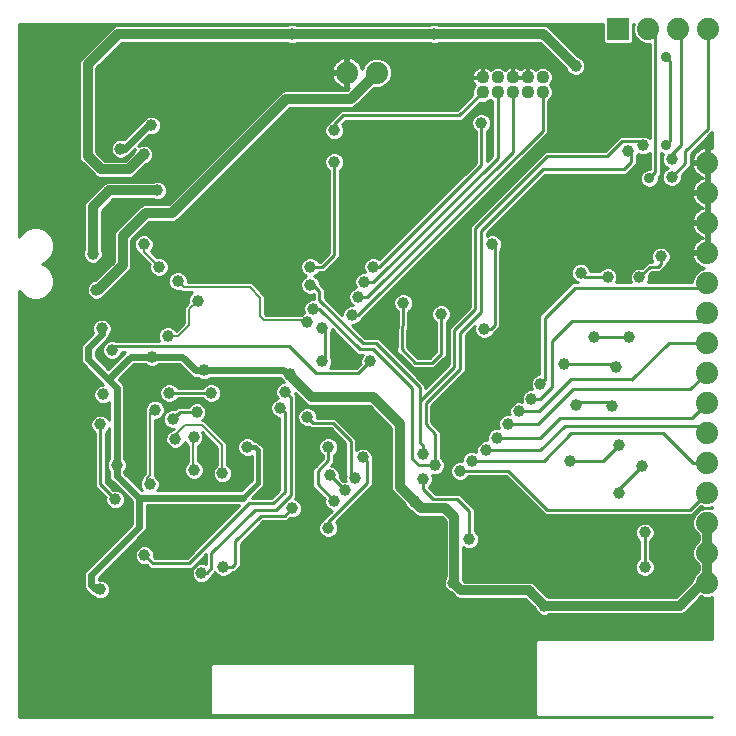
<source format=gbl>
G75*
%MOIN*%
%OFA0B0*%
%FSLAX25Y25*%
%IPPOS*%
%LPD*%
%AMOC8*
5,1,8,0,0,1.08239X$1,22.5*
%
%ADD10C,0.07400*%
%ADD11C,0.04362*%
%ADD12R,0.07400X0.07400*%
%ADD13C,0.03962*%
%ADD14C,0.01000*%
%ADD15C,0.02400*%
%ADD16C,0.03200*%
%ADD17C,0.00700*%
%ADD18C,0.01600*%
%ADD19C,0.03569*%
D10*
X0164300Y0255800D03*
X0174300Y0255800D03*
X0264600Y0270400D03*
X0274600Y0270400D03*
X0284600Y0270400D03*
X0284400Y0225800D03*
X0284400Y0215800D03*
X0284400Y0205800D03*
X0284400Y0195800D03*
X0284400Y0185800D03*
X0284400Y0175800D03*
X0284400Y0165800D03*
X0284400Y0155800D03*
X0284400Y0145800D03*
X0284400Y0135800D03*
X0284400Y0125800D03*
X0284400Y0115800D03*
X0284400Y0105800D03*
X0284400Y0095800D03*
X0284400Y0085800D03*
D11*
X0229500Y0249200D03*
X0229500Y0254200D03*
X0224500Y0254200D03*
X0224500Y0249200D03*
X0219500Y0249200D03*
X0219500Y0254200D03*
X0214500Y0254200D03*
X0214500Y0249200D03*
X0209500Y0249200D03*
X0209500Y0254200D03*
D12*
X0254600Y0270400D03*
D13*
X0240500Y0258000D03*
X0258100Y0229500D03*
X0263100Y0231500D03*
X0272600Y0227000D03*
X0272600Y0221000D03*
X0272600Y0213500D03*
X0268900Y0194500D03*
X0261800Y0187500D03*
X0251200Y0187700D03*
X0242200Y0189100D03*
X0246800Y0167500D03*
X0258300Y0167600D03*
X0254100Y0157500D03*
X0252600Y0144500D03*
X0240600Y0145000D03*
X0255100Y0131500D03*
X0262600Y0124500D03*
X0255100Y0115500D03*
X0263600Y0102500D03*
X0263600Y0091000D03*
X0229600Y0098500D03*
X0230100Y0078100D03*
X0218100Y0077500D03*
X0218100Y0072500D03*
X0218100Y0067500D03*
X0218100Y0062500D03*
X0213100Y0062500D03*
X0208100Y0062500D03*
X0203100Y0062500D03*
X0198100Y0062500D03*
X0200600Y0058000D03*
X0205100Y0055000D03*
X0210100Y0055000D03*
X0215100Y0055000D03*
X0220100Y0055000D03*
X0225100Y0055000D03*
X0225100Y0048100D03*
X0220100Y0048100D03*
X0215100Y0048100D03*
X0210100Y0048100D03*
X0205100Y0048100D03*
X0200100Y0048500D03*
X0196100Y0052500D03*
X0192100Y0056500D03*
X0188600Y0061500D03*
X0184100Y0065500D03*
X0179100Y0065500D03*
X0175100Y0062500D03*
X0170100Y0062500D03*
X0165100Y0062500D03*
X0160100Y0062500D03*
X0155100Y0062500D03*
X0150100Y0062500D03*
X0145100Y0062500D03*
X0140100Y0062500D03*
X0135100Y0062500D03*
X0130100Y0061500D03*
X0130100Y0066500D03*
X0130100Y0071500D03*
X0130100Y0076500D03*
X0130100Y0081500D03*
X0130100Y0086500D03*
X0132100Y0091500D03*
X0137600Y0093500D03*
X0138100Y0099000D03*
X0138600Y0104000D03*
X0144100Y0104500D03*
X0150100Y0105500D03*
X0151600Y0111500D03*
X0146100Y0110500D03*
X0150100Y0117500D03*
X0150100Y0122500D03*
X0150100Y0127500D03*
X0150100Y0132500D03*
X0151100Y0141000D03*
X0158100Y0131000D03*
X0158600Y0121500D03*
X0163600Y0116500D03*
X0160100Y0113000D03*
X0158100Y0104000D03*
X0167100Y0120500D03*
X0169600Y0127500D03*
X0177100Y0125000D03*
X0177100Y0120000D03*
X0177100Y0115000D03*
X0177100Y0109500D03*
X0181100Y0105500D03*
X0186100Y0105500D03*
X0191100Y0105500D03*
X0195100Y0102500D03*
X0195100Y0097500D03*
X0195100Y0092500D03*
X0199800Y0085800D03*
X0195100Y0083000D03*
X0198100Y0079000D03*
X0202900Y0077600D03*
X0208100Y0077500D03*
X0213100Y0077500D03*
X0205100Y0100200D03*
X0186900Y0112800D03*
X0186800Y0112900D03*
X0189700Y0120200D03*
X0193700Y0124900D03*
X0189700Y0128800D03*
X0177100Y0130000D03*
X0202000Y0123000D03*
X0205900Y0126400D03*
X0210700Y0129900D03*
X0214300Y0134100D03*
X0217900Y0138600D03*
X0221700Y0142900D03*
X0225800Y0147000D03*
X0228800Y0152000D03*
X0236600Y0158500D03*
X0210600Y0159900D03*
X0210100Y0170300D03*
X0195700Y0175300D03*
X0183100Y0179000D03*
X0175000Y0170500D03*
X0166100Y0175000D03*
X0168100Y0181000D03*
X0170100Y0186000D03*
X0173100Y0191000D03*
X0152100Y0191000D03*
X0152100Y0185000D03*
X0153100Y0177000D03*
X0151100Y0172500D03*
X0156100Y0170500D03*
X0161100Y0165500D03*
X0156100Y0159500D03*
X0145300Y0155200D03*
X0143700Y0149400D03*
X0142100Y0144000D03*
X0130500Y0138600D03*
X0131100Y0131000D03*
X0122800Y0122200D03*
X0113300Y0123300D03*
X0113200Y0134200D03*
X0107100Y0133700D03*
X0106200Y0140300D03*
X0114200Y0142600D03*
X0119100Y0149000D03*
X0116700Y0156500D03*
X0108100Y0156000D03*
X0103100Y0156000D03*
X0098100Y0156000D03*
X0093100Y0155000D03*
X0099300Y0161100D03*
X0104500Y0168000D03*
X0114500Y0179800D03*
X0107900Y0186300D03*
X0101700Y0191000D03*
X0096600Y0198600D03*
X0079600Y0195400D03*
X0080800Y0183400D03*
X0082600Y0170500D03*
X0086000Y0163300D03*
X0083100Y0148500D03*
X0082100Y0143500D03*
X0082100Y0138500D03*
X0077100Y0143500D03*
X0072100Y0143500D03*
X0067100Y0143500D03*
X0061100Y0143500D03*
X0061100Y0138500D03*
X0061100Y0133500D03*
X0061100Y0128500D03*
X0061100Y0123500D03*
X0061100Y0118500D03*
X0061100Y0113500D03*
X0061100Y0108500D03*
X0061100Y0103500D03*
X0061100Y0098500D03*
X0061100Y0093500D03*
X0061100Y0088500D03*
X0061100Y0083500D03*
X0061100Y0078500D03*
X0061100Y0073500D03*
X0061100Y0068500D03*
X0066100Y0068500D03*
X0071100Y0068500D03*
X0076100Y0068500D03*
X0081100Y0068500D03*
X0085100Y0064500D03*
X0089100Y0060500D03*
X0093900Y0056300D03*
X0097600Y0052500D03*
X0101500Y0048800D03*
X0107100Y0048500D03*
X0112100Y0048500D03*
X0117100Y0048500D03*
X0117100Y0055500D03*
X0112100Y0055500D03*
X0107100Y0055500D03*
X0102600Y0057500D03*
X0100100Y0062500D03*
X0105100Y0062500D03*
X0110100Y0062500D03*
X0115100Y0062500D03*
X0120100Y0062500D03*
X0125100Y0062500D03*
X0115800Y0088900D03*
X0123100Y0091000D03*
X0109600Y0107100D03*
X0098600Y0118600D03*
X0087100Y0113500D03*
X0087600Y0125000D03*
X0093200Y0136700D03*
X0100300Y0143400D03*
X0105100Y0149000D03*
X0072200Y0134700D03*
X0096800Y0094900D03*
X0082100Y0083500D03*
X0166100Y0159500D03*
X0172100Y0159500D03*
X0212800Y0198600D03*
X0250100Y0215500D03*
X0209100Y0239000D03*
X0193400Y0268700D03*
X0160100Y0236500D03*
X0160100Y0226000D03*
X0121700Y0263400D03*
X0100300Y0260600D03*
X0099100Y0238200D03*
X0096500Y0228500D03*
X0088800Y0230400D03*
X0101100Y0216500D03*
X0146000Y0268600D03*
X0238600Y0126200D03*
D14*
X0055000Y0183084D02*
X0055000Y0041000D01*
X0286000Y0041000D01*
X0286000Y0041000D01*
X0227686Y0041000D01*
X0227100Y0041586D01*
X0227100Y0066414D01*
X0227686Y0067000D01*
X0286000Y0067000D01*
X0286000Y0081051D01*
X0285395Y0080800D01*
X0283405Y0080800D01*
X0282413Y0081211D01*
X0276843Y0075641D01*
X0275777Y0075200D01*
X0231673Y0075200D01*
X0230753Y0074819D01*
X0229447Y0074819D01*
X0228241Y0075318D01*
X0227318Y0076241D01*
X0226937Y0077161D01*
X0223799Y0080300D01*
X0201823Y0080300D01*
X0200757Y0080741D01*
X0199941Y0081557D01*
X0198861Y0082637D01*
X0197941Y0083018D01*
X0197018Y0083941D01*
X0196519Y0085147D01*
X0196519Y0086453D01*
X0197018Y0087659D01*
X0197200Y0087840D01*
X0197200Y0106299D01*
X0195899Y0107600D01*
X0188523Y0107600D01*
X0187457Y0108041D01*
X0185791Y0109708D01*
X0185041Y0110018D01*
X0184941Y0110118D01*
X0184941Y0110118D01*
X0184018Y0111041D01*
X0183637Y0111961D01*
X0180357Y0115241D01*
X0179541Y0116057D01*
X0179100Y0117123D01*
X0179100Y0137399D01*
X0171899Y0144600D01*
X0152023Y0144600D01*
X0150957Y0145041D01*
X0150141Y0145857D01*
X0146981Y0149018D01*
X0146981Y0148747D01*
X0146957Y0148689D01*
X0147400Y0148246D01*
X0147400Y0114254D01*
X0146876Y0113730D01*
X0147959Y0113282D01*
X0148882Y0112359D01*
X0149381Y0111153D01*
X0149381Y0109847D01*
X0148882Y0108641D01*
X0147959Y0107718D01*
X0146753Y0107219D01*
X0145447Y0107219D01*
X0145389Y0107243D01*
X0144346Y0106200D01*
X0136346Y0106200D01*
X0128900Y0098754D01*
X0128900Y0091254D01*
X0127846Y0090200D01*
X0126846Y0089200D01*
X0125906Y0089200D01*
X0125882Y0089141D01*
X0124959Y0088218D01*
X0123753Y0087719D01*
X0122447Y0087719D01*
X0121241Y0088218D01*
X0120318Y0089141D01*
X0120309Y0089164D01*
X0119300Y0088154D01*
X0118861Y0087715D01*
X0118582Y0087041D01*
X0117659Y0086118D01*
X0116453Y0085619D01*
X0115147Y0085619D01*
X0113941Y0086118D01*
X0113018Y0087041D01*
X0112519Y0088247D01*
X0112519Y0089553D01*
X0113018Y0090759D01*
X0113941Y0091682D01*
X0115147Y0092181D01*
X0116453Y0092181D01*
X0117300Y0091830D01*
X0117300Y0095254D01*
X0113500Y0091454D01*
X0112446Y0090400D01*
X0098754Y0090400D01*
X0097511Y0091643D01*
X0097453Y0091619D01*
X0096147Y0091619D01*
X0094941Y0092118D01*
X0094018Y0093041D01*
X0093519Y0094247D01*
X0093519Y0095553D01*
X0094018Y0096759D01*
X0094941Y0097682D01*
X0096147Y0098181D01*
X0097453Y0098181D01*
X0098659Y0097682D01*
X0099582Y0096759D01*
X0100081Y0095553D01*
X0100081Y0094247D01*
X0100057Y0094189D01*
X0100246Y0094000D01*
X0110954Y0094000D01*
X0128454Y0111500D01*
X0097500Y0111500D01*
X0097500Y0103903D01*
X0097119Y0102984D01*
X0096416Y0102281D01*
X0081500Y0087364D01*
X0081500Y0086781D01*
X0082753Y0086781D01*
X0083959Y0086282D01*
X0084882Y0085359D01*
X0085381Y0084153D01*
X0085381Y0082847D01*
X0084882Y0081641D01*
X0083959Y0080718D01*
X0082753Y0080219D01*
X0081447Y0080219D01*
X0080241Y0080718D01*
X0079859Y0081101D01*
X0079184Y0081381D01*
X0078481Y0082084D01*
X0076881Y0083684D01*
X0076500Y0084603D01*
X0076500Y0088897D01*
X0076881Y0089816D01*
X0092500Y0105436D01*
X0092500Y0112964D01*
X0086184Y0119281D01*
X0085481Y0119984D01*
X0085100Y0120903D01*
X0085100Y0122860D01*
X0084818Y0123141D01*
X0084319Y0124347D01*
X0084319Y0125653D01*
X0084818Y0126859D01*
X0085100Y0127140D01*
X0085100Y0137169D01*
X0084882Y0136641D01*
X0083959Y0135718D01*
X0083900Y0135694D01*
X0083900Y0119246D01*
X0086389Y0116757D01*
X0086447Y0116781D01*
X0087753Y0116781D01*
X0088959Y0116282D01*
X0089882Y0115359D01*
X0090381Y0114153D01*
X0090381Y0112847D01*
X0089882Y0111641D01*
X0088959Y0110718D01*
X0087753Y0110219D01*
X0086447Y0110219D01*
X0085241Y0110718D01*
X0084318Y0111641D01*
X0083819Y0112847D01*
X0083819Y0114153D01*
X0083843Y0114211D01*
X0081354Y0116700D01*
X0080300Y0117754D01*
X0080300Y0135694D01*
X0080241Y0135718D01*
X0079318Y0136641D01*
X0078819Y0137847D01*
X0078819Y0139153D01*
X0079318Y0140359D01*
X0080241Y0141282D01*
X0081447Y0141781D01*
X0082753Y0141781D01*
X0083959Y0141282D01*
X0084882Y0140359D01*
X0085100Y0139831D01*
X0085100Y0145860D01*
X0084959Y0145718D01*
X0083753Y0145219D01*
X0082447Y0145219D01*
X0081241Y0145718D01*
X0080318Y0146641D01*
X0079819Y0147847D01*
X0079819Y0149153D01*
X0080318Y0150359D01*
X0081241Y0151282D01*
X0082447Y0151781D01*
X0082983Y0151781D01*
X0076584Y0158181D01*
X0075881Y0158884D01*
X0075500Y0159803D01*
X0075500Y0164497D01*
X0075881Y0165416D01*
X0079610Y0169145D01*
X0079319Y0169847D01*
X0079319Y0171153D01*
X0079818Y0172359D01*
X0080741Y0173282D01*
X0081947Y0173781D01*
X0083253Y0173781D01*
X0084459Y0173282D01*
X0085382Y0172359D01*
X0085881Y0171153D01*
X0085881Y0169847D01*
X0085382Y0168641D01*
X0085100Y0168360D01*
X0085100Y0168103D01*
X0084719Y0167184D01*
X0080500Y0162964D01*
X0080500Y0161336D01*
X0084750Y0157086D01*
X0090181Y0162516D01*
X0090181Y0162516D01*
X0090364Y0162700D01*
X0089281Y0162700D01*
X0089281Y0162647D01*
X0088782Y0161441D01*
X0087859Y0160518D01*
X0086653Y0160019D01*
X0085347Y0160019D01*
X0084141Y0160518D01*
X0083218Y0161441D01*
X0082719Y0162647D01*
X0082719Y0163953D01*
X0083218Y0165159D01*
X0084141Y0166082D01*
X0085347Y0166581D01*
X0086653Y0166581D01*
X0087331Y0166300D01*
X0101653Y0166300D01*
X0101219Y0167347D01*
X0101219Y0168653D01*
X0101718Y0169859D01*
X0102641Y0170782D01*
X0103847Y0171281D01*
X0105153Y0171281D01*
X0106359Y0170782D01*
X0107282Y0169859D01*
X0107353Y0169686D01*
X0110050Y0172383D01*
X0110050Y0177683D01*
X0111305Y0178939D01*
X0111219Y0179147D01*
X0111219Y0180453D01*
X0111718Y0181659D01*
X0112610Y0182550D01*
X0109317Y0182550D01*
X0108761Y0183105D01*
X0108553Y0183019D01*
X0107247Y0183019D01*
X0106041Y0183518D01*
X0105118Y0184441D01*
X0104619Y0185647D01*
X0104619Y0186953D01*
X0105118Y0188159D01*
X0106041Y0189082D01*
X0107247Y0189581D01*
X0108553Y0189581D01*
X0109759Y0189082D01*
X0110682Y0188159D01*
X0111181Y0186953D01*
X0111181Y0185850D01*
X0132583Y0185850D01*
X0136083Y0182350D01*
X0137050Y0181383D01*
X0137050Y0175283D01*
X0137283Y0175050D01*
X0149010Y0175050D01*
X0149241Y0175282D01*
X0150111Y0175642D01*
X0149819Y0176347D01*
X0149819Y0177653D01*
X0150318Y0178859D01*
X0151241Y0179782D01*
X0152447Y0180281D01*
X0153300Y0180281D01*
X0153300Y0181946D01*
X0152753Y0181719D01*
X0151447Y0181719D01*
X0150241Y0182218D01*
X0149318Y0183141D01*
X0148819Y0184347D01*
X0148819Y0185653D01*
X0149318Y0186859D01*
X0150241Y0187782D01*
X0150769Y0188000D01*
X0150241Y0188218D01*
X0149318Y0189141D01*
X0148819Y0190347D01*
X0148819Y0191653D01*
X0149318Y0192859D01*
X0150241Y0193782D01*
X0151447Y0194281D01*
X0152753Y0194281D01*
X0153959Y0193782D01*
X0154882Y0192859D01*
X0154906Y0192800D01*
X0155354Y0192800D01*
X0158300Y0195746D01*
X0158300Y0223194D01*
X0158241Y0223218D01*
X0157318Y0224141D01*
X0156819Y0225347D01*
X0156819Y0226653D01*
X0157318Y0227859D01*
X0158241Y0228782D01*
X0159447Y0229281D01*
X0160753Y0229281D01*
X0161959Y0228782D01*
X0162882Y0227859D01*
X0163381Y0226653D01*
X0163381Y0225347D01*
X0162882Y0224141D01*
X0161959Y0223218D01*
X0161900Y0223194D01*
X0161900Y0194254D01*
X0156846Y0189200D01*
X0154906Y0189200D01*
X0154882Y0189141D01*
X0153959Y0188218D01*
X0153431Y0188000D01*
X0153959Y0187782D01*
X0154882Y0186859D01*
X0155381Y0185653D01*
X0155381Y0185264D01*
X0155846Y0184800D01*
X0156900Y0183746D01*
X0156900Y0180746D01*
X0162819Y0174827D01*
X0162819Y0175653D01*
X0163318Y0176859D01*
X0164241Y0177782D01*
X0165447Y0178281D01*
X0166179Y0178281D01*
X0165318Y0179141D01*
X0164819Y0180347D01*
X0164819Y0181653D01*
X0165318Y0182859D01*
X0166241Y0183782D01*
X0167288Y0184215D01*
X0166819Y0185347D01*
X0166819Y0186653D01*
X0167318Y0187859D01*
X0168241Y0188782D01*
X0169447Y0189281D01*
X0170261Y0189281D01*
X0169819Y0190347D01*
X0169819Y0191653D01*
X0170318Y0192859D01*
X0171241Y0193782D01*
X0172447Y0194281D01*
X0173753Y0194281D01*
X0174959Y0193782D01*
X0175147Y0193593D01*
X0207300Y0225746D01*
X0207300Y0236194D01*
X0207241Y0236218D01*
X0206318Y0237141D01*
X0205819Y0238347D01*
X0205819Y0239653D01*
X0206318Y0240859D01*
X0207241Y0241782D01*
X0208447Y0242281D01*
X0209753Y0242281D01*
X0210959Y0241782D01*
X0211882Y0240859D01*
X0212381Y0239653D01*
X0212381Y0238347D01*
X0211882Y0237141D01*
X0210959Y0236218D01*
X0210900Y0236194D01*
X0210900Y0226346D01*
X0212700Y0228146D01*
X0212700Y0246178D01*
X0212528Y0246249D01*
X0212000Y0246777D01*
X0211472Y0246249D01*
X0210192Y0245719D01*
X0208808Y0245719D01*
X0208636Y0245790D01*
X0203600Y0240754D01*
X0202546Y0239700D01*
X0163846Y0239700D01*
X0162693Y0238547D01*
X0162882Y0238359D01*
X0163381Y0237153D01*
X0163381Y0235847D01*
X0162882Y0234641D01*
X0161959Y0233718D01*
X0160753Y0233219D01*
X0159447Y0233219D01*
X0158241Y0233718D01*
X0157318Y0234641D01*
X0156819Y0235847D01*
X0156819Y0237153D01*
X0157318Y0238359D01*
X0158241Y0239282D01*
X0158403Y0239348D01*
X0162354Y0243300D01*
X0201054Y0243300D01*
X0206090Y0248336D01*
X0206019Y0248508D01*
X0206019Y0249892D01*
X0206549Y0251172D01*
X0206936Y0251559D01*
X0206641Y0251853D01*
X0206238Y0252456D01*
X0205960Y0253126D01*
X0205819Y0253837D01*
X0205819Y0254109D01*
X0209409Y0254109D01*
X0209409Y0254291D01*
X0209409Y0257881D01*
X0209137Y0257881D01*
X0208426Y0257740D01*
X0207756Y0257462D01*
X0207153Y0257059D01*
X0206641Y0256547D01*
X0206238Y0255944D01*
X0205960Y0255274D01*
X0205819Y0254563D01*
X0205819Y0254291D01*
X0209409Y0254291D01*
X0209591Y0254291D01*
X0209591Y0257881D01*
X0209863Y0257881D01*
X0210574Y0257740D01*
X0211244Y0257462D01*
X0211847Y0257059D01*
X0212141Y0256764D01*
X0212528Y0257151D01*
X0213808Y0257681D01*
X0215192Y0257681D01*
X0216472Y0257151D01*
X0216859Y0256764D01*
X0217153Y0257059D01*
X0217756Y0257462D01*
X0218426Y0257740D01*
X0219137Y0257881D01*
X0219409Y0257881D01*
X0219409Y0254291D01*
X0219591Y0254291D01*
X0219591Y0257881D01*
X0219863Y0257881D01*
X0220574Y0257740D01*
X0221244Y0257462D01*
X0221847Y0257059D01*
X0222000Y0256906D01*
X0222153Y0257059D01*
X0222756Y0257462D01*
X0223426Y0257740D01*
X0224137Y0257881D01*
X0224409Y0257881D01*
X0224409Y0254291D01*
X0224591Y0254291D01*
X0224591Y0257881D01*
X0224863Y0257881D01*
X0225574Y0257740D01*
X0226244Y0257462D01*
X0226847Y0257059D01*
X0227141Y0256764D01*
X0227528Y0257151D01*
X0228808Y0257681D01*
X0230192Y0257681D01*
X0231472Y0257151D01*
X0232451Y0256172D01*
X0232981Y0254892D01*
X0232981Y0253508D01*
X0232451Y0252228D01*
X0231923Y0251700D01*
X0232451Y0251172D01*
X0232981Y0249892D01*
X0232981Y0248508D01*
X0232451Y0247228D01*
X0231472Y0246249D01*
X0231300Y0246178D01*
X0231300Y0235654D01*
X0168948Y0173303D01*
X0168882Y0173141D01*
X0167959Y0172218D01*
X0166753Y0171719D01*
X0165927Y0171719D01*
X0170346Y0167300D01*
X0174846Y0167300D01*
X0189346Y0152800D01*
X0190400Y0151746D01*
X0190400Y0150646D01*
X0198300Y0158546D01*
X0198300Y0170746D01*
X0199354Y0171800D01*
X0205300Y0177746D01*
X0205300Y0204746D01*
X0206354Y0205800D01*
X0229300Y0228746D01*
X0229300Y0228746D01*
X0230354Y0229800D01*
X0250354Y0229800D01*
X0254300Y0233746D01*
X0255354Y0234800D01*
X0262346Y0234800D01*
X0262389Y0234757D01*
X0262447Y0234781D01*
X0263753Y0234781D01*
X0264959Y0234282D01*
X0265300Y0233940D01*
X0265300Y0265400D01*
X0263605Y0265400D01*
X0261768Y0266161D01*
X0260361Y0267568D01*
X0259600Y0269405D01*
X0259600Y0271395D01*
X0259851Y0272000D01*
X0259600Y0272000D01*
X0259600Y0266162D01*
X0258838Y0265400D01*
X0250362Y0265400D01*
X0249600Y0266162D01*
X0249600Y0272000D01*
X0055000Y0272000D01*
X0055000Y0201116D01*
X0055183Y0201558D01*
X0056947Y0203322D01*
X0059252Y0204277D01*
X0061748Y0204277D01*
X0064053Y0203322D01*
X0065817Y0201558D01*
X0066772Y0199253D01*
X0066772Y0196758D01*
X0065817Y0194453D01*
X0064053Y0192689D01*
X0062631Y0192100D01*
X0064053Y0191511D01*
X0065817Y0189747D01*
X0066772Y0187442D01*
X0066772Y0184947D01*
X0065817Y0182642D01*
X0064053Y0180878D01*
X0061748Y0179923D01*
X0059252Y0179923D01*
X0056947Y0180878D01*
X0055183Y0182642D01*
X0055000Y0183084D01*
X0055000Y0182283D02*
X0055542Y0182283D01*
X0055000Y0181284D02*
X0056541Y0181284D01*
X0055000Y0180286D02*
X0058377Y0180286D01*
X0055000Y0179287D02*
X0111219Y0179287D01*
X0111219Y0180286D02*
X0081855Y0180286D01*
X0081453Y0180119D02*
X0082659Y0180618D01*
X0083582Y0181541D01*
X0083609Y0181608D01*
X0091143Y0189141D01*
X0091958Y0189957D01*
X0092400Y0191023D01*
X0092400Y0200099D01*
X0098401Y0206100D01*
X0106677Y0206100D01*
X0107743Y0206541D01*
X0108558Y0207357D01*
X0108558Y0207357D01*
X0145301Y0244100D01*
X0166077Y0244100D01*
X0167143Y0244541D01*
X0173401Y0250800D01*
X0175295Y0250800D01*
X0177132Y0251561D01*
X0178539Y0252968D01*
X0179300Y0254805D01*
X0179300Y0256795D01*
X0178539Y0258632D01*
X0177132Y0260039D01*
X0175295Y0260800D01*
X0173305Y0260800D01*
X0171468Y0260039D01*
X0170061Y0258632D01*
X0169378Y0256982D01*
X0169372Y0257018D01*
X0169119Y0257796D01*
X0168747Y0258525D01*
X0168266Y0259188D01*
X0167688Y0259766D01*
X0167025Y0260247D01*
X0166296Y0260619D01*
X0165518Y0260872D01*
X0164800Y0260986D01*
X0164800Y0256300D01*
X0163800Y0256300D01*
X0163800Y0260986D01*
X0163082Y0260872D01*
X0162304Y0260619D01*
X0161575Y0260247D01*
X0160912Y0259766D01*
X0160334Y0259188D01*
X0159853Y0258525D01*
X0159481Y0257796D01*
X0159228Y0257018D01*
X0159114Y0256300D01*
X0163800Y0256300D01*
X0163800Y0255300D01*
X0159114Y0255300D01*
X0159228Y0254582D01*
X0159481Y0253804D01*
X0159853Y0253075D01*
X0160334Y0252412D01*
X0160912Y0251834D01*
X0161575Y0251353D01*
X0162304Y0250981D01*
X0163082Y0250728D01*
X0163800Y0250614D01*
X0163800Y0255300D01*
X0164800Y0255300D01*
X0164800Y0250614D01*
X0165053Y0250654D01*
X0164299Y0249900D01*
X0143523Y0249900D01*
X0142457Y0249458D01*
X0141641Y0248643D01*
X0104899Y0211900D01*
X0096623Y0211900D01*
X0095557Y0211458D01*
X0094741Y0210643D01*
X0087041Y0202943D01*
X0086600Y0201877D01*
X0086600Y0192801D01*
X0080480Y0186681D01*
X0080147Y0186681D01*
X0078941Y0186182D01*
X0078018Y0185259D01*
X0077519Y0184053D01*
X0077519Y0182747D01*
X0078018Y0181541D01*
X0078941Y0180618D01*
X0080147Y0180119D01*
X0081453Y0180119D01*
X0079745Y0180286D02*
X0062623Y0180286D01*
X0064459Y0181284D02*
X0078276Y0181284D01*
X0077711Y0182283D02*
X0065458Y0182283D01*
X0066082Y0183281D02*
X0077519Y0183281D01*
X0077613Y0184280D02*
X0066495Y0184280D01*
X0066772Y0185278D02*
X0078038Y0185278D01*
X0079171Y0186277D02*
X0066772Y0186277D01*
X0066772Y0187275D02*
X0081074Y0187275D01*
X0082073Y0188274D02*
X0066427Y0188274D01*
X0066014Y0189272D02*
X0083071Y0189272D01*
X0084070Y0190271D02*
X0065293Y0190271D01*
X0064295Y0191269D02*
X0085068Y0191269D01*
X0086067Y0192268D02*
X0080612Y0192268D01*
X0080253Y0192119D02*
X0081459Y0192618D01*
X0082382Y0193541D01*
X0082881Y0194747D01*
X0082881Y0196053D01*
X0082500Y0196973D01*
X0082500Y0209799D01*
X0086301Y0213600D01*
X0099527Y0213600D01*
X0100447Y0213219D01*
X0101753Y0213219D01*
X0102959Y0213718D01*
X0103882Y0214641D01*
X0104381Y0215847D01*
X0104381Y0217153D01*
X0103882Y0218359D01*
X0102959Y0219282D01*
X0101753Y0219781D01*
X0100447Y0219781D01*
X0099527Y0219400D01*
X0084523Y0219400D01*
X0083457Y0218958D01*
X0077141Y0212643D01*
X0076700Y0211577D01*
X0076700Y0196973D01*
X0076319Y0196053D01*
X0076319Y0194747D01*
X0076818Y0193541D01*
X0077741Y0192618D01*
X0078947Y0192119D01*
X0080253Y0192119D01*
X0078588Y0192268D02*
X0063036Y0192268D01*
X0064630Y0193266D02*
X0077094Y0193266D01*
X0076519Y0194265D02*
X0065629Y0194265D01*
X0066153Y0195263D02*
X0076319Y0195263D01*
X0076406Y0196262D02*
X0066566Y0196262D01*
X0066772Y0197260D02*
X0076700Y0197260D01*
X0076700Y0198259D02*
X0066772Y0198259D01*
X0066770Y0199257D02*
X0076700Y0199257D01*
X0076700Y0200256D02*
X0066356Y0200256D01*
X0065943Y0201254D02*
X0076700Y0201254D01*
X0076700Y0202253D02*
X0065122Y0202253D01*
X0064124Y0203251D02*
X0076700Y0203251D01*
X0076700Y0204250D02*
X0061813Y0204250D01*
X0059187Y0204250D02*
X0055000Y0204250D01*
X0055000Y0205248D02*
X0076700Y0205248D01*
X0076700Y0206247D02*
X0055000Y0206247D01*
X0055000Y0207245D02*
X0076700Y0207245D01*
X0076700Y0208244D02*
X0055000Y0208244D01*
X0055000Y0209242D02*
X0076700Y0209242D01*
X0076700Y0210241D02*
X0055000Y0210241D01*
X0055000Y0211239D02*
X0076700Y0211239D01*
X0076974Y0212238D02*
X0055000Y0212238D01*
X0055000Y0213237D02*
X0077735Y0213237D01*
X0078734Y0214235D02*
X0055000Y0214235D01*
X0055000Y0215234D02*
X0079732Y0215234D01*
X0080731Y0216232D02*
X0055000Y0216232D01*
X0055000Y0217231D02*
X0081729Y0217231D01*
X0082728Y0218229D02*
X0055000Y0218229D01*
X0055000Y0219228D02*
X0084107Y0219228D01*
X0081823Y0220600D02*
X0092077Y0220600D01*
X0093143Y0221041D01*
X0097439Y0225337D01*
X0098359Y0225718D01*
X0099282Y0226641D01*
X0099781Y0227847D01*
X0099781Y0229153D01*
X0099282Y0230359D01*
X0098359Y0231282D01*
X0097153Y0231781D01*
X0095847Y0231781D01*
X0094771Y0231335D01*
X0098382Y0234946D01*
X0098447Y0234919D01*
X0099753Y0234919D01*
X0100959Y0235418D01*
X0101882Y0236341D01*
X0102381Y0237547D01*
X0102381Y0238853D01*
X0101882Y0240059D01*
X0100959Y0240982D01*
X0099753Y0241481D01*
X0098447Y0241481D01*
X0097241Y0240982D01*
X0096318Y0240059D01*
X0096244Y0239880D01*
X0089872Y0233507D01*
X0089453Y0233681D01*
X0088147Y0233681D01*
X0086941Y0233182D01*
X0086018Y0232259D01*
X0085519Y0231053D01*
X0085519Y0229747D01*
X0086018Y0228541D01*
X0086941Y0227618D01*
X0088147Y0227119D01*
X0089453Y0227119D01*
X0090659Y0227618D01*
X0091041Y0228001D01*
X0091716Y0228281D01*
X0092419Y0228984D01*
X0093665Y0230229D01*
X0093337Y0229439D01*
X0090299Y0226400D01*
X0083601Y0226400D01*
X0080800Y0229201D01*
X0080800Y0257299D01*
X0089201Y0265700D01*
X0144427Y0265700D01*
X0145347Y0265319D01*
X0146653Y0265319D01*
X0147573Y0265700D01*
X0192069Y0265700D01*
X0192747Y0265419D01*
X0194053Y0265419D01*
X0194973Y0265800D01*
X0228599Y0265800D01*
X0237337Y0257061D01*
X0237718Y0256141D01*
X0238641Y0255218D01*
X0239847Y0254719D01*
X0241153Y0254719D01*
X0242359Y0255218D01*
X0243282Y0256141D01*
X0243781Y0257347D01*
X0243781Y0258653D01*
X0243282Y0259859D01*
X0242359Y0260782D01*
X0241439Y0261163D01*
X0231443Y0271158D01*
X0230377Y0271600D01*
X0194973Y0271600D01*
X0194053Y0271981D01*
X0192747Y0271981D01*
X0191586Y0271500D01*
X0147573Y0271500D01*
X0146653Y0271881D01*
X0145347Y0271881D01*
X0144427Y0271500D01*
X0087423Y0271500D01*
X0086357Y0271058D01*
X0085541Y0270243D01*
X0075441Y0260143D01*
X0075000Y0259077D01*
X0075000Y0227423D01*
X0075441Y0226357D01*
X0076257Y0225541D01*
X0076257Y0225541D01*
X0079941Y0221857D01*
X0080757Y0221041D01*
X0081823Y0220600D01*
X0080574Y0221225D02*
X0055000Y0221225D01*
X0055000Y0222223D02*
X0079576Y0222223D01*
X0078577Y0223222D02*
X0055000Y0223222D01*
X0055000Y0224220D02*
X0077579Y0224220D01*
X0076580Y0225219D02*
X0055000Y0225219D01*
X0055000Y0226217D02*
X0075582Y0226217D01*
X0075086Y0227216D02*
X0055000Y0227216D01*
X0055000Y0228214D02*
X0075000Y0228214D01*
X0075000Y0229213D02*
X0055000Y0229213D01*
X0055000Y0230211D02*
X0075000Y0230211D01*
X0075000Y0231210D02*
X0055000Y0231210D01*
X0055000Y0232208D02*
X0075000Y0232208D01*
X0075000Y0233207D02*
X0055000Y0233207D01*
X0055000Y0234205D02*
X0075000Y0234205D01*
X0075000Y0235204D02*
X0055000Y0235204D01*
X0055000Y0236202D02*
X0075000Y0236202D01*
X0075000Y0237201D02*
X0055000Y0237201D01*
X0055000Y0238199D02*
X0075000Y0238199D01*
X0075000Y0239198D02*
X0055000Y0239198D01*
X0055000Y0240196D02*
X0075000Y0240196D01*
X0075000Y0241195D02*
X0055000Y0241195D01*
X0055000Y0242193D02*
X0075000Y0242193D01*
X0075000Y0243192D02*
X0055000Y0243192D01*
X0055000Y0244190D02*
X0075000Y0244190D01*
X0075000Y0245189D02*
X0055000Y0245189D01*
X0055000Y0246187D02*
X0075000Y0246187D01*
X0075000Y0247186D02*
X0055000Y0247186D01*
X0055000Y0248184D02*
X0075000Y0248184D01*
X0075000Y0249183D02*
X0055000Y0249183D01*
X0055000Y0250181D02*
X0075000Y0250181D01*
X0075000Y0251180D02*
X0055000Y0251180D01*
X0055000Y0252178D02*
X0075000Y0252178D01*
X0075000Y0253177D02*
X0055000Y0253177D01*
X0055000Y0254175D02*
X0075000Y0254175D01*
X0075000Y0255174D02*
X0055000Y0255174D01*
X0055000Y0256172D02*
X0075000Y0256172D01*
X0075000Y0257171D02*
X0055000Y0257171D01*
X0055000Y0258170D02*
X0075000Y0258170D01*
X0075038Y0259168D02*
X0055000Y0259168D01*
X0055000Y0260167D02*
X0075465Y0260167D01*
X0076464Y0261165D02*
X0055000Y0261165D01*
X0055000Y0262164D02*
X0077462Y0262164D01*
X0078461Y0263162D02*
X0055000Y0263162D01*
X0055000Y0264161D02*
X0079459Y0264161D01*
X0080458Y0265159D02*
X0055000Y0265159D01*
X0055000Y0266158D02*
X0081456Y0266158D01*
X0082455Y0267156D02*
X0055000Y0267156D01*
X0055000Y0268155D02*
X0083453Y0268155D01*
X0084452Y0269153D02*
X0055000Y0269153D01*
X0055000Y0270152D02*
X0085450Y0270152D01*
X0086579Y0271150D02*
X0055000Y0271150D01*
X0080800Y0257171D02*
X0159278Y0257171D01*
X0159671Y0258170D02*
X0081671Y0258170D01*
X0082669Y0259168D02*
X0160319Y0259168D01*
X0161463Y0260167D02*
X0083668Y0260167D01*
X0084666Y0261165D02*
X0233234Y0261165D01*
X0234232Y0260167D02*
X0176824Y0260167D01*
X0178003Y0259168D02*
X0235231Y0259168D01*
X0236229Y0258170D02*
X0178730Y0258170D01*
X0179144Y0257171D02*
X0207321Y0257171D01*
X0206391Y0256172D02*
X0179300Y0256172D01*
X0179300Y0255174D02*
X0205941Y0255174D01*
X0205950Y0253177D02*
X0178625Y0253177D01*
X0179039Y0254175D02*
X0209409Y0254175D01*
X0209409Y0255174D02*
X0209591Y0255174D01*
X0209591Y0256172D02*
X0209409Y0256172D01*
X0209409Y0257171D02*
X0209591Y0257171D01*
X0211679Y0257171D02*
X0212576Y0257171D01*
X0216424Y0257171D02*
X0217321Y0257171D01*
X0219409Y0257171D02*
X0219591Y0257171D01*
X0219591Y0256172D02*
X0219409Y0256172D01*
X0219409Y0255174D02*
X0219591Y0255174D01*
X0219591Y0254291D02*
X0223181Y0254291D01*
X0224409Y0254291D01*
X0224409Y0254109D01*
X0219591Y0254109D01*
X0219591Y0254291D01*
X0219591Y0254175D02*
X0224409Y0254175D01*
X0224409Y0255174D02*
X0224591Y0255174D01*
X0224591Y0256172D02*
X0224409Y0256172D01*
X0224409Y0257171D02*
X0224591Y0257171D01*
X0226679Y0257171D02*
X0227576Y0257171D01*
X0231424Y0257171D02*
X0237228Y0257171D01*
X0237706Y0256172D02*
X0232451Y0256172D01*
X0232864Y0255174D02*
X0238749Y0255174D01*
X0242251Y0255174D02*
X0265300Y0255174D01*
X0265300Y0256172D02*
X0243294Y0256172D01*
X0243708Y0257171D02*
X0265300Y0257171D01*
X0265300Y0258170D02*
X0243781Y0258170D01*
X0243568Y0259168D02*
X0265300Y0259168D01*
X0265300Y0260167D02*
X0242974Y0260167D01*
X0241436Y0261165D02*
X0265300Y0261165D01*
X0265300Y0262164D02*
X0240438Y0262164D01*
X0239439Y0263162D02*
X0265300Y0263162D01*
X0265300Y0264161D02*
X0238441Y0264161D01*
X0237442Y0265159D02*
X0265300Y0265159D01*
X0267100Y0267900D02*
X0264600Y0270400D01*
X0267100Y0267900D02*
X0267100Y0222500D01*
X0265100Y0220500D01*
X0267911Y0219228D02*
X0269783Y0219228D01*
X0269818Y0219141D02*
X0270741Y0218218D01*
X0271947Y0217719D01*
X0273253Y0217719D01*
X0274459Y0218218D01*
X0275382Y0219141D01*
X0275881Y0220347D01*
X0275881Y0221653D01*
X0275857Y0221711D01*
X0277846Y0223700D01*
X0278900Y0224754D01*
X0278900Y0228754D01*
X0285346Y0235200D01*
X0286000Y0235854D01*
X0286000Y0230748D01*
X0285618Y0230872D01*
X0284900Y0230986D01*
X0284900Y0226300D01*
X0283900Y0226300D01*
X0283900Y0230986D01*
X0283182Y0230872D01*
X0282404Y0230619D01*
X0281675Y0230247D01*
X0281012Y0229766D01*
X0280434Y0229188D01*
X0279953Y0228525D01*
X0279581Y0227796D01*
X0279328Y0227018D01*
X0279214Y0226300D01*
X0283900Y0226300D01*
X0283900Y0225300D01*
X0279214Y0225300D01*
X0279328Y0224582D01*
X0279581Y0223804D01*
X0279953Y0223075D01*
X0280434Y0222412D01*
X0281012Y0221834D01*
X0281675Y0221353D01*
X0282404Y0220981D01*
X0282961Y0220800D01*
X0282404Y0220619D01*
X0281675Y0220247D01*
X0281012Y0219766D01*
X0280434Y0219188D01*
X0279953Y0218525D01*
X0279581Y0217796D01*
X0279328Y0217018D01*
X0279214Y0216300D01*
X0283900Y0216300D01*
X0283900Y0220986D01*
X0283900Y0225300D01*
X0284900Y0225300D01*
X0284900Y0216300D01*
X0283900Y0216300D01*
X0283900Y0215300D01*
X0279214Y0215300D01*
X0279328Y0214582D01*
X0279581Y0213804D01*
X0279953Y0213075D01*
X0280434Y0212412D01*
X0281012Y0211834D01*
X0281675Y0211353D01*
X0282404Y0210981D01*
X0282961Y0210800D01*
X0282404Y0210619D01*
X0281675Y0210247D01*
X0281012Y0209766D01*
X0280434Y0209188D01*
X0279953Y0208525D01*
X0279581Y0207796D01*
X0279328Y0207018D01*
X0279214Y0206300D01*
X0283900Y0206300D01*
X0283900Y0210986D01*
X0283900Y0215300D01*
X0284900Y0215300D01*
X0284900Y0206300D01*
X0283900Y0206300D01*
X0283900Y0205300D01*
X0279214Y0205300D01*
X0279328Y0204582D01*
X0279581Y0203804D01*
X0279953Y0203075D01*
X0280434Y0202412D01*
X0281012Y0201834D01*
X0281675Y0201353D01*
X0282404Y0200981D01*
X0282961Y0200800D01*
X0282404Y0200619D01*
X0281675Y0200247D01*
X0281012Y0199766D01*
X0280434Y0199188D01*
X0279953Y0198525D01*
X0279581Y0197796D01*
X0279328Y0197018D01*
X0279214Y0196300D01*
X0283900Y0196300D01*
X0283900Y0200986D01*
X0283900Y0205300D01*
X0284900Y0205300D01*
X0284900Y0196300D01*
X0283900Y0196300D01*
X0283900Y0195300D01*
X0279214Y0195300D01*
X0279328Y0194582D01*
X0279581Y0193804D01*
X0279953Y0193075D01*
X0280434Y0192412D01*
X0281012Y0191834D01*
X0281675Y0191353D01*
X0282404Y0190981D01*
X0283182Y0190728D01*
X0283218Y0190722D01*
X0281568Y0190039D01*
X0280161Y0188632D01*
X0279400Y0186795D01*
X0279400Y0185900D01*
X0264689Y0185900D01*
X0265081Y0186847D01*
X0265081Y0188153D01*
X0265057Y0188211D01*
X0266046Y0189200D01*
X0268646Y0189200D01*
X0269646Y0190200D01*
X0270700Y0191254D01*
X0270700Y0191694D01*
X0270759Y0191718D01*
X0271682Y0192641D01*
X0272181Y0193847D01*
X0272181Y0195153D01*
X0271682Y0196359D01*
X0270759Y0197282D01*
X0269553Y0197781D01*
X0268247Y0197781D01*
X0267041Y0197282D01*
X0266118Y0196359D01*
X0265619Y0195153D01*
X0265619Y0193847D01*
X0266053Y0192800D01*
X0264554Y0192800D01*
X0263500Y0191746D01*
X0262511Y0190757D01*
X0262453Y0190781D01*
X0261147Y0190781D01*
X0259941Y0190282D01*
X0259018Y0189359D01*
X0258519Y0188153D01*
X0258519Y0186847D01*
X0258911Y0185900D01*
X0254006Y0185900D01*
X0254481Y0187047D01*
X0254481Y0188353D01*
X0253982Y0189559D01*
X0253059Y0190482D01*
X0251853Y0190981D01*
X0250547Y0190981D01*
X0249341Y0190482D01*
X0248418Y0189559D01*
X0248394Y0189500D01*
X0245481Y0189500D01*
X0245481Y0189753D01*
X0244982Y0190959D01*
X0244059Y0191882D01*
X0242853Y0192381D01*
X0241547Y0192381D01*
X0240341Y0191882D01*
X0239418Y0190959D01*
X0238919Y0189753D01*
X0238919Y0188447D01*
X0239418Y0187241D01*
X0240341Y0186318D01*
X0241352Y0185900D01*
X0239454Y0185900D01*
X0229454Y0175900D01*
X0228400Y0174846D01*
X0228400Y0155281D01*
X0228147Y0155281D01*
X0226941Y0154782D01*
X0226018Y0153859D01*
X0225519Y0152653D01*
X0225519Y0151347D01*
X0225961Y0150281D01*
X0225147Y0150281D01*
X0223941Y0149782D01*
X0223018Y0148859D01*
X0222519Y0147653D01*
X0222519Y0146347D01*
X0222636Y0146064D01*
X0222353Y0146181D01*
X0221047Y0146181D01*
X0219841Y0145682D01*
X0218918Y0144759D01*
X0218419Y0143553D01*
X0218419Y0142247D01*
X0218574Y0141872D01*
X0218553Y0141881D01*
X0217247Y0141881D01*
X0216041Y0141382D01*
X0215118Y0140459D01*
X0214619Y0139253D01*
X0214619Y0137947D01*
X0214853Y0137381D01*
X0213647Y0137381D01*
X0212441Y0136882D01*
X0211518Y0135959D01*
X0211019Y0134753D01*
X0211019Y0133447D01*
X0211129Y0133181D01*
X0210047Y0133181D01*
X0208841Y0132682D01*
X0207918Y0131759D01*
X0207419Y0130553D01*
X0207419Y0129322D01*
X0206553Y0129681D01*
X0205247Y0129681D01*
X0204041Y0129182D01*
X0203118Y0128259D01*
X0202619Y0127053D01*
X0202619Y0126281D01*
X0201347Y0126281D01*
X0200141Y0125782D01*
X0199218Y0124859D01*
X0198719Y0123653D01*
X0198719Y0122347D01*
X0199218Y0121141D01*
X0200141Y0120218D01*
X0201347Y0119719D01*
X0202653Y0119719D01*
X0203859Y0120218D01*
X0204782Y0121141D01*
X0204806Y0121200D01*
X0217354Y0121200D01*
X0230354Y0108200D01*
X0279346Y0108200D01*
X0280400Y0109254D01*
X0282373Y0111228D01*
X0283405Y0110800D01*
X0281568Y0110039D01*
X0280161Y0108632D01*
X0279400Y0106795D01*
X0279400Y0104805D01*
X0280161Y0102968D01*
X0281500Y0101629D01*
X0281500Y0099971D01*
X0280161Y0098632D01*
X0279400Y0096795D01*
X0279400Y0094805D01*
X0280161Y0092968D01*
X0281500Y0091629D01*
X0281500Y0089971D01*
X0280161Y0088632D01*
X0279400Y0086795D01*
X0279400Y0086401D01*
X0273999Y0081000D01*
X0231673Y0081000D01*
X0231039Y0081263D01*
X0226643Y0085658D01*
X0225577Y0086100D01*
X0203601Y0086100D01*
X0203000Y0086701D01*
X0203000Y0097660D01*
X0203241Y0097418D01*
X0204447Y0096919D01*
X0205753Y0096919D01*
X0206959Y0097418D01*
X0207882Y0098341D01*
X0208381Y0099547D01*
X0208381Y0100853D01*
X0207882Y0102059D01*
X0206959Y0102982D01*
X0206900Y0103006D01*
X0206900Y0110246D01*
X0205846Y0111300D01*
X0201846Y0115300D01*
X0193846Y0115300D01*
X0191643Y0117503D01*
X0192482Y0118341D01*
X0192981Y0119547D01*
X0192981Y0120853D01*
X0192584Y0121811D01*
X0193047Y0121619D01*
X0194353Y0121619D01*
X0195559Y0122118D01*
X0196482Y0123041D01*
X0196981Y0124247D01*
X0196981Y0125553D01*
X0196482Y0126759D01*
X0195559Y0127682D01*
X0195500Y0127706D01*
X0195500Y0136146D01*
X0194446Y0137200D01*
X0192400Y0139246D01*
X0192400Y0144754D01*
X0203900Y0156254D01*
X0203900Y0168254D01*
X0206975Y0171329D01*
X0206819Y0170953D01*
X0206819Y0169647D01*
X0207318Y0168441D01*
X0208241Y0167518D01*
X0209447Y0167019D01*
X0210753Y0167019D01*
X0211959Y0167518D01*
X0212882Y0168441D01*
X0212906Y0168500D01*
X0212946Y0168500D01*
X0215300Y0170854D01*
X0215300Y0196460D01*
X0215582Y0196741D01*
X0216081Y0197947D01*
X0216081Y0199253D01*
X0215582Y0200459D01*
X0214659Y0201382D01*
X0213453Y0201881D01*
X0212147Y0201881D01*
X0210941Y0201382D01*
X0210900Y0201340D01*
X0210900Y0202254D01*
X0230346Y0221700D01*
X0257346Y0221700D01*
X0260900Y0225254D01*
X0260900Y0227686D01*
X0261315Y0228688D01*
X0262447Y0228219D01*
X0263753Y0228219D01*
X0264959Y0228718D01*
X0265300Y0229060D01*
X0265300Y0223584D01*
X0264486Y0223584D01*
X0263353Y0223115D01*
X0262485Y0222247D01*
X0262016Y0221113D01*
X0262016Y0219886D01*
X0262485Y0218753D01*
X0263353Y0217885D01*
X0264486Y0217416D01*
X0265713Y0217416D01*
X0266847Y0217885D01*
X0267715Y0218753D01*
X0268184Y0219886D01*
X0268184Y0221039D01*
X0268900Y0221754D01*
X0268900Y0228866D01*
X0269686Y0228540D01*
X0269319Y0227653D01*
X0269319Y0226347D01*
X0269818Y0225141D01*
X0270741Y0224218D01*
X0271269Y0224000D01*
X0270741Y0223782D01*
X0269818Y0222859D01*
X0269319Y0221653D01*
X0269319Y0220347D01*
X0269818Y0219141D01*
X0269369Y0220226D02*
X0268184Y0220226D01*
X0268370Y0221225D02*
X0269319Y0221225D01*
X0269555Y0222223D02*
X0268900Y0222223D01*
X0268900Y0223222D02*
X0270181Y0223222D01*
X0270740Y0224220D02*
X0268900Y0224220D01*
X0268900Y0225219D02*
X0269786Y0225219D01*
X0269373Y0226217D02*
X0268900Y0226217D01*
X0268900Y0227216D02*
X0269319Y0227216D01*
X0269552Y0228214D02*
X0268900Y0228214D01*
X0265300Y0228214D02*
X0261119Y0228214D01*
X0260900Y0227216D02*
X0265300Y0227216D01*
X0265300Y0226217D02*
X0260900Y0226217D01*
X0260864Y0225219D02*
X0265300Y0225219D01*
X0265300Y0224220D02*
X0259866Y0224220D01*
X0258867Y0223222D02*
X0263611Y0223222D01*
X0262475Y0222223D02*
X0257869Y0222223D01*
X0256600Y0223500D02*
X0259100Y0226000D01*
X0259100Y0228500D01*
X0258100Y0229500D01*
X0256100Y0233000D02*
X0261600Y0233000D01*
X0263100Y0231500D01*
X0265035Y0234205D02*
X0265300Y0234205D01*
X0265300Y0235204D02*
X0230849Y0235204D01*
X0231300Y0236202D02*
X0265300Y0236202D01*
X0265300Y0237201D02*
X0231300Y0237201D01*
X0231300Y0238199D02*
X0265300Y0238199D01*
X0265300Y0239198D02*
X0231300Y0239198D01*
X0231300Y0240196D02*
X0265300Y0240196D01*
X0265300Y0241195D02*
X0231300Y0241195D01*
X0231300Y0242193D02*
X0265300Y0242193D01*
X0265300Y0243192D02*
X0231300Y0243192D01*
X0231300Y0244190D02*
X0265300Y0244190D01*
X0265300Y0245189D02*
X0231300Y0245189D01*
X0231323Y0246187D02*
X0265300Y0246187D01*
X0265300Y0247186D02*
X0232409Y0247186D01*
X0232847Y0248184D02*
X0265300Y0248184D01*
X0265300Y0249183D02*
X0232981Y0249183D01*
X0232861Y0250181D02*
X0265300Y0250181D01*
X0265300Y0251180D02*
X0232443Y0251180D01*
X0232401Y0252178D02*
X0265300Y0252178D01*
X0265300Y0253177D02*
X0232844Y0253177D01*
X0232981Y0254175D02*
X0265300Y0254175D01*
X0272100Y0259500D02*
X0270600Y0261000D01*
X0272100Y0259500D02*
X0272100Y0233000D01*
X0270600Y0231500D01*
X0272600Y0228500D02*
X0275600Y0231500D01*
X0275600Y0269400D01*
X0274600Y0270400D01*
X0284600Y0270400D02*
X0284600Y0237000D01*
X0277100Y0229500D01*
X0277100Y0225500D01*
X0272600Y0221000D01*
X0275881Y0221225D02*
X0281926Y0221225D01*
X0281645Y0220226D02*
X0275831Y0220226D01*
X0275417Y0219228D02*
X0280474Y0219228D01*
X0279802Y0218229D02*
X0274469Y0218229D01*
X0270731Y0218229D02*
X0267191Y0218229D01*
X0263009Y0218229D02*
X0226875Y0218229D01*
X0227873Y0219228D02*
X0262289Y0219228D01*
X0262016Y0220226D02*
X0228872Y0220226D01*
X0229870Y0221225D02*
X0262062Y0221225D01*
X0256600Y0223500D02*
X0229600Y0223500D01*
X0209100Y0203000D01*
X0209100Y0176000D01*
X0202100Y0169000D01*
X0202100Y0157000D01*
X0190600Y0145500D01*
X0190600Y0138500D01*
X0193700Y0135400D01*
X0193700Y0124900D01*
X0188300Y0124900D01*
X0186100Y0127100D01*
X0186100Y0150500D01*
X0173100Y0163500D01*
X0168600Y0163500D01*
X0155100Y0177000D01*
X0153100Y0177000D01*
X0150082Y0178289D02*
X0137050Y0178289D01*
X0137050Y0179287D02*
X0150747Y0179287D01*
X0149819Y0177290D02*
X0137050Y0177290D01*
X0137050Y0176292D02*
X0149842Y0176292D01*
X0149269Y0175293D02*
X0137050Y0175293D01*
X0137050Y0180286D02*
X0153300Y0180286D01*
X0153300Y0181284D02*
X0137050Y0181284D01*
X0136151Y0182283D02*
X0150177Y0182283D01*
X0149261Y0183281D02*
X0135152Y0183281D01*
X0134154Y0184280D02*
X0148847Y0184280D01*
X0148819Y0185278D02*
X0133155Y0185278D01*
X0149077Y0186277D02*
X0111181Y0186277D01*
X0111047Y0187275D02*
X0149735Y0187275D01*
X0150186Y0188274D02*
X0110566Y0188274D01*
X0109298Y0189272D02*
X0149264Y0189272D01*
X0148851Y0190271D02*
X0104949Y0190271D01*
X0104981Y0190347D02*
X0104482Y0189141D01*
X0103559Y0188218D01*
X0102353Y0187719D01*
X0101047Y0187719D01*
X0099841Y0188218D01*
X0098918Y0189141D01*
X0098419Y0190347D01*
X0098419Y0191653D01*
X0098505Y0191861D01*
X0095917Y0194450D01*
X0095917Y0194450D01*
X0094950Y0195417D01*
X0094950Y0195732D01*
X0094741Y0195818D01*
X0093818Y0196741D01*
X0093319Y0197947D01*
X0093319Y0199253D01*
X0093818Y0200459D01*
X0094741Y0201382D01*
X0095947Y0201881D01*
X0097253Y0201881D01*
X0098459Y0201382D01*
X0099382Y0200459D01*
X0099881Y0199253D01*
X0099881Y0197947D01*
X0099382Y0196741D01*
X0098837Y0196197D01*
X0100839Y0194195D01*
X0101047Y0194281D01*
X0102353Y0194281D01*
X0103559Y0193782D01*
X0104482Y0192859D01*
X0104981Y0191653D01*
X0104981Y0190347D01*
X0104981Y0191269D02*
X0148819Y0191269D01*
X0149074Y0192268D02*
X0104726Y0192268D01*
X0104074Y0193266D02*
X0149726Y0193266D01*
X0151408Y0194265D02*
X0102392Y0194265D01*
X0101008Y0194265D02*
X0100769Y0194265D01*
X0099770Y0195263D02*
X0157818Y0195263D01*
X0158300Y0196262D02*
X0098902Y0196262D01*
X0099597Y0197260D02*
X0158300Y0197260D01*
X0158300Y0198259D02*
X0099881Y0198259D01*
X0099879Y0199257D02*
X0158300Y0199257D01*
X0158300Y0200256D02*
X0099466Y0200256D01*
X0098586Y0201254D02*
X0158300Y0201254D01*
X0158300Y0202253D02*
X0094554Y0202253D01*
X0094614Y0201254D02*
X0093556Y0201254D01*
X0093734Y0200256D02*
X0092557Y0200256D01*
X0092400Y0199257D02*
X0093321Y0199257D01*
X0093319Y0198259D02*
X0092400Y0198259D01*
X0092400Y0197260D02*
X0093603Y0197260D01*
X0094298Y0196262D02*
X0092400Y0196262D01*
X0092400Y0195263D02*
X0095103Y0195263D01*
X0096102Y0194265D02*
X0092400Y0194265D01*
X0092400Y0193266D02*
X0097100Y0193266D01*
X0098099Y0192268D02*
X0092400Y0192268D01*
X0092400Y0191269D02*
X0098419Y0191269D01*
X0098451Y0190271D02*
X0092088Y0190271D01*
X0091273Y0189272D02*
X0098864Y0189272D01*
X0099786Y0188274D02*
X0090275Y0188274D01*
X0089276Y0187275D02*
X0104753Y0187275D01*
X0104619Y0186277D02*
X0088278Y0186277D01*
X0087279Y0185278D02*
X0104772Y0185278D01*
X0105280Y0184280D02*
X0086281Y0184280D01*
X0085282Y0183281D02*
X0106614Y0183281D01*
X0105234Y0188274D02*
X0103614Y0188274D01*
X0104536Y0189272D02*
X0106502Y0189272D01*
X0112342Y0182283D02*
X0084284Y0182283D01*
X0083324Y0181284D02*
X0111563Y0181284D01*
X0110655Y0178289D02*
X0055000Y0178289D01*
X0055000Y0177290D02*
X0110050Y0177290D01*
X0110050Y0176292D02*
X0055000Y0176292D01*
X0055000Y0175293D02*
X0110050Y0175293D01*
X0110050Y0174295D02*
X0055000Y0174295D01*
X0055000Y0173296D02*
X0080776Y0173296D01*
X0079793Y0172298D02*
X0055000Y0172298D01*
X0055000Y0171299D02*
X0079380Y0171299D01*
X0079319Y0170301D02*
X0055000Y0170301D01*
X0055000Y0169302D02*
X0079545Y0169302D01*
X0078768Y0168303D02*
X0055000Y0168303D01*
X0055000Y0167305D02*
X0077769Y0167305D01*
X0076771Y0166306D02*
X0055000Y0166306D01*
X0055000Y0165308D02*
X0075836Y0165308D01*
X0075500Y0164309D02*
X0055000Y0164309D01*
X0055000Y0163311D02*
X0075500Y0163311D01*
X0075500Y0162312D02*
X0055000Y0162312D01*
X0055000Y0161314D02*
X0075500Y0161314D01*
X0075500Y0160315D02*
X0055000Y0160315D01*
X0055000Y0159317D02*
X0075701Y0159317D01*
X0076446Y0158318D02*
X0055000Y0158318D01*
X0055000Y0157320D02*
X0077445Y0157320D01*
X0078443Y0156321D02*
X0055000Y0156321D01*
X0055000Y0155323D02*
X0079442Y0155323D01*
X0080440Y0154324D02*
X0055000Y0154324D01*
X0055000Y0153326D02*
X0081439Y0153326D01*
X0082437Y0152327D02*
X0055000Y0152327D01*
X0055000Y0151329D02*
X0081355Y0151329D01*
X0080307Y0150330D02*
X0055000Y0150330D01*
X0055000Y0149332D02*
X0079893Y0149332D01*
X0079819Y0148333D02*
X0055000Y0148333D01*
X0055000Y0147335D02*
X0080031Y0147335D01*
X0080624Y0146336D02*
X0055000Y0146336D01*
X0055000Y0145338D02*
X0082160Y0145338D01*
X0084040Y0145338D02*
X0085100Y0145338D01*
X0085100Y0144339D02*
X0055000Y0144339D01*
X0055000Y0143341D02*
X0085100Y0143341D01*
X0085100Y0142342D02*
X0055000Y0142342D01*
X0055000Y0141344D02*
X0080391Y0141344D01*
X0079313Y0140345D02*
X0055000Y0140345D01*
X0055000Y0139347D02*
X0078899Y0139347D01*
X0078819Y0138348D02*
X0055000Y0138348D01*
X0055000Y0137350D02*
X0079025Y0137350D01*
X0079609Y0136351D02*
X0055000Y0136351D01*
X0055000Y0135353D02*
X0080300Y0135353D01*
X0080300Y0134354D02*
X0055000Y0134354D01*
X0055000Y0133356D02*
X0080300Y0133356D01*
X0080300Y0132357D02*
X0055000Y0132357D01*
X0055000Y0131359D02*
X0080300Y0131359D01*
X0080300Y0130360D02*
X0055000Y0130360D01*
X0055000Y0129362D02*
X0080300Y0129362D01*
X0080300Y0128363D02*
X0055000Y0128363D01*
X0055000Y0127365D02*
X0080300Y0127365D01*
X0080300Y0126366D02*
X0055000Y0126366D01*
X0055000Y0125368D02*
X0080300Y0125368D01*
X0080300Y0124369D02*
X0055000Y0124369D01*
X0055000Y0123370D02*
X0080300Y0123370D01*
X0080300Y0122372D02*
X0055000Y0122372D01*
X0055000Y0121373D02*
X0080300Y0121373D01*
X0080300Y0120375D02*
X0055000Y0120375D01*
X0055000Y0119376D02*
X0080300Y0119376D01*
X0080300Y0118378D02*
X0055000Y0118378D01*
X0055000Y0117379D02*
X0080675Y0117379D01*
X0081673Y0116381D02*
X0055000Y0116381D01*
X0055000Y0115382D02*
X0082672Y0115382D01*
X0083671Y0114384D02*
X0055000Y0114384D01*
X0055000Y0113385D02*
X0083819Y0113385D01*
X0084010Y0112387D02*
X0055000Y0112387D01*
X0055000Y0111388D02*
X0084571Y0111388D01*
X0086035Y0110390D02*
X0055000Y0110390D01*
X0055000Y0109391D02*
X0092500Y0109391D01*
X0092500Y0108393D02*
X0055000Y0108393D01*
X0055000Y0107394D02*
X0092500Y0107394D01*
X0092500Y0106396D02*
X0055000Y0106396D01*
X0055000Y0105397D02*
X0092462Y0105397D01*
X0091463Y0104399D02*
X0055000Y0104399D01*
X0055000Y0103400D02*
X0090465Y0103400D01*
X0089466Y0102402D02*
X0055000Y0102402D01*
X0055000Y0101403D02*
X0088468Y0101403D01*
X0087469Y0100405D02*
X0055000Y0100405D01*
X0055000Y0099406D02*
X0086471Y0099406D01*
X0085472Y0098408D02*
X0055000Y0098408D01*
X0055000Y0097409D02*
X0084474Y0097409D01*
X0083475Y0096411D02*
X0055000Y0096411D01*
X0055000Y0095412D02*
X0082477Y0095412D01*
X0081478Y0094414D02*
X0055000Y0094414D01*
X0055000Y0093415D02*
X0080480Y0093415D01*
X0079481Y0092417D02*
X0055000Y0092417D01*
X0055000Y0091418D02*
X0078483Y0091418D01*
X0077484Y0090420D02*
X0055000Y0090420D01*
X0055000Y0089421D02*
X0076717Y0089421D01*
X0076500Y0088423D02*
X0055000Y0088423D01*
X0055000Y0087424D02*
X0076500Y0087424D01*
X0076500Y0086426D02*
X0055000Y0086426D01*
X0055000Y0085427D02*
X0076500Y0085427D01*
X0076572Y0084429D02*
X0055000Y0084429D01*
X0055000Y0083430D02*
X0077134Y0083430D01*
X0078133Y0082432D02*
X0055000Y0082432D01*
X0055000Y0081433D02*
X0079131Y0081433D01*
X0080927Y0080434D02*
X0055000Y0080434D01*
X0055000Y0079436D02*
X0224663Y0079436D01*
X0225661Y0078437D02*
X0055000Y0078437D01*
X0055000Y0077439D02*
X0226660Y0077439D01*
X0227236Y0076440D02*
X0055000Y0076440D01*
X0055000Y0075442D02*
X0228118Y0075442D01*
X0230868Y0081433D02*
X0274432Y0081433D01*
X0275430Y0082432D02*
X0229870Y0082432D01*
X0228871Y0083430D02*
X0276429Y0083430D01*
X0277427Y0084429D02*
X0227873Y0084429D01*
X0226874Y0085427D02*
X0278426Y0085427D01*
X0279400Y0086426D02*
X0203276Y0086426D01*
X0203000Y0087424D02*
X0279661Y0087424D01*
X0280074Y0088423D02*
X0265663Y0088423D01*
X0265459Y0088218D02*
X0266382Y0089141D01*
X0266881Y0090347D01*
X0266881Y0091653D01*
X0266382Y0092859D01*
X0265459Y0093782D01*
X0265400Y0093806D01*
X0265400Y0099694D01*
X0265459Y0099718D01*
X0266382Y0100641D01*
X0266881Y0101847D01*
X0266881Y0103153D01*
X0266382Y0104359D01*
X0265459Y0105282D01*
X0264253Y0105781D01*
X0262947Y0105781D01*
X0261741Y0105282D01*
X0260818Y0104359D01*
X0260319Y0103153D01*
X0260319Y0101847D01*
X0260818Y0100641D01*
X0261741Y0099718D01*
X0261800Y0099694D01*
X0261800Y0093806D01*
X0261741Y0093782D01*
X0260818Y0092859D01*
X0260319Y0091653D01*
X0260319Y0090347D01*
X0260818Y0089141D01*
X0261741Y0088218D01*
X0262947Y0087719D01*
X0264253Y0087719D01*
X0265459Y0088218D01*
X0266497Y0089421D02*
X0280950Y0089421D01*
X0281500Y0090420D02*
X0266881Y0090420D01*
X0266881Y0091418D02*
X0281500Y0091418D01*
X0280712Y0092417D02*
X0266565Y0092417D01*
X0265825Y0093415D02*
X0279976Y0093415D01*
X0279562Y0094414D02*
X0265400Y0094414D01*
X0265400Y0095412D02*
X0279400Y0095412D01*
X0279400Y0096411D02*
X0265400Y0096411D01*
X0265400Y0097409D02*
X0279655Y0097409D01*
X0280068Y0098408D02*
X0265400Y0098408D01*
X0265400Y0099406D02*
X0280935Y0099406D01*
X0281500Y0100405D02*
X0266145Y0100405D01*
X0266697Y0101403D02*
X0281500Y0101403D01*
X0280727Y0102402D02*
X0266881Y0102402D01*
X0266779Y0103400D02*
X0279982Y0103400D01*
X0279568Y0104399D02*
X0266341Y0104399D01*
X0265179Y0105397D02*
X0279400Y0105397D01*
X0279400Y0106396D02*
X0206900Y0106396D01*
X0206900Y0107394D02*
X0279648Y0107394D01*
X0279538Y0108393D02*
X0280062Y0108393D01*
X0280537Y0109391D02*
X0280920Y0109391D01*
X0281535Y0110390D02*
X0282415Y0110390D01*
X0283405Y0110800D02*
X0285395Y0110800D01*
X0286000Y0110549D01*
X0286000Y0111051D01*
X0285395Y0110800D01*
X0283405Y0110800D01*
X0278600Y0110000D02*
X0284400Y0115800D01*
X0278600Y0110000D02*
X0231100Y0110000D01*
X0218100Y0123000D01*
X0202000Y0123000D01*
X0199727Y0125368D02*
X0196981Y0125368D01*
X0196981Y0124369D02*
X0199016Y0124369D01*
X0198719Y0123370D02*
X0196618Y0123370D01*
X0195812Y0122372D02*
X0198719Y0122372D01*
X0199122Y0121373D02*
X0192765Y0121373D01*
X0192981Y0120375D02*
X0199985Y0120375D01*
X0204015Y0120375D02*
X0218179Y0120375D01*
X0219178Y0119376D02*
X0192910Y0119376D01*
X0192497Y0118378D02*
X0220176Y0118378D01*
X0221175Y0117379D02*
X0191766Y0117379D01*
X0192765Y0116381D02*
X0222173Y0116381D01*
X0223172Y0115382D02*
X0193763Y0115382D01*
X0193100Y0113500D02*
X0201100Y0113500D01*
X0205100Y0109500D01*
X0205100Y0100200D01*
X0208153Y0101403D02*
X0260503Y0101403D01*
X0260319Y0102402D02*
X0207538Y0102402D01*
X0206900Y0103400D02*
X0260421Y0103400D01*
X0260859Y0104399D02*
X0206900Y0104399D01*
X0206900Y0105397D02*
X0262021Y0105397D01*
X0263600Y0102500D02*
X0263600Y0091000D01*
X0261375Y0093415D02*
X0203000Y0093415D01*
X0203000Y0092417D02*
X0260635Y0092417D01*
X0260319Y0091418D02*
X0203000Y0091418D01*
X0203000Y0090420D02*
X0260319Y0090420D01*
X0260703Y0089421D02*
X0203000Y0089421D01*
X0203000Y0088423D02*
X0261537Y0088423D01*
X0261800Y0094414D02*
X0203000Y0094414D01*
X0203000Y0095412D02*
X0261800Y0095412D01*
X0261800Y0096411D02*
X0203000Y0096411D01*
X0203000Y0097409D02*
X0203264Y0097409D01*
X0206936Y0097409D02*
X0261800Y0097409D01*
X0261800Y0098408D02*
X0207909Y0098408D01*
X0208323Y0099406D02*
X0261800Y0099406D01*
X0261055Y0100405D02*
X0208381Y0100405D01*
X0206900Y0108393D02*
X0230162Y0108393D01*
X0229163Y0109391D02*
X0206900Y0109391D01*
X0206756Y0110390D02*
X0228165Y0110390D01*
X0227166Y0111388D02*
X0205757Y0111388D01*
X0204759Y0112387D02*
X0226168Y0112387D01*
X0225169Y0113385D02*
X0203760Y0113385D01*
X0202762Y0114384D02*
X0224171Y0114384D01*
X0229900Y0126400D02*
X0239100Y0135600D01*
X0269700Y0135600D01*
X0279500Y0125800D01*
X0284400Y0125800D01*
X0284400Y0135800D02*
X0282100Y0138100D01*
X0236900Y0138100D01*
X0228700Y0129900D01*
X0210700Y0129900D01*
X0208517Y0132357D02*
X0195500Y0132357D01*
X0195500Y0131359D02*
X0207753Y0131359D01*
X0207419Y0130360D02*
X0195500Y0130360D01*
X0195500Y0129362D02*
X0204476Y0129362D01*
X0203223Y0128363D02*
X0195500Y0128363D01*
X0195876Y0127365D02*
X0202748Y0127365D01*
X0202619Y0126366D02*
X0196644Y0126366D01*
X0195500Y0133356D02*
X0211057Y0133356D01*
X0211019Y0134354D02*
X0195500Y0134354D01*
X0195500Y0135353D02*
X0211267Y0135353D01*
X0211911Y0136351D02*
X0195294Y0136351D01*
X0194296Y0137350D02*
X0213571Y0137350D01*
X0214619Y0138348D02*
X0193297Y0138348D01*
X0192400Y0139347D02*
X0214658Y0139347D01*
X0215071Y0140345D02*
X0192400Y0140345D01*
X0192400Y0141344D02*
X0216004Y0141344D01*
X0218419Y0142342D02*
X0192400Y0142342D01*
X0192400Y0143341D02*
X0218419Y0143341D01*
X0218745Y0144339D02*
X0192400Y0144339D01*
X0192983Y0145338D02*
X0219498Y0145338D01*
X0222523Y0146336D02*
X0193982Y0146336D01*
X0194980Y0147335D02*
X0222519Y0147335D01*
X0222801Y0148333D02*
X0195979Y0148333D01*
X0196977Y0149332D02*
X0223492Y0149332D01*
X0225940Y0150330D02*
X0197976Y0150330D01*
X0198974Y0151329D02*
X0225527Y0151329D01*
X0225519Y0152327D02*
X0199973Y0152327D01*
X0200971Y0153326D02*
X0225798Y0153326D01*
X0226484Y0154324D02*
X0201970Y0154324D01*
X0202968Y0155323D02*
X0228400Y0155323D01*
X0228400Y0156321D02*
X0203900Y0156321D01*
X0203900Y0157320D02*
X0228400Y0157320D01*
X0228400Y0158318D02*
X0203900Y0158318D01*
X0203900Y0159317D02*
X0228400Y0159317D01*
X0228400Y0160315D02*
X0203900Y0160315D01*
X0203900Y0161314D02*
X0228400Y0161314D01*
X0228400Y0162312D02*
X0203900Y0162312D01*
X0203900Y0163311D02*
X0228400Y0163311D01*
X0228400Y0164309D02*
X0203900Y0164309D01*
X0203900Y0165308D02*
X0228400Y0165308D01*
X0228400Y0166306D02*
X0203900Y0166306D01*
X0203900Y0167305D02*
X0208757Y0167305D01*
X0207456Y0168303D02*
X0203949Y0168303D01*
X0204948Y0169302D02*
X0206962Y0169302D01*
X0206819Y0170301D02*
X0205946Y0170301D01*
X0206945Y0171299D02*
X0206962Y0171299D01*
X0210100Y0170300D02*
X0212200Y0170300D01*
X0213500Y0171600D01*
X0213500Y0197900D01*
X0212800Y0198600D01*
X0215797Y0197260D02*
X0267020Y0197260D01*
X0266078Y0196262D02*
X0215300Y0196262D01*
X0215300Y0195263D02*
X0265665Y0195263D01*
X0265619Y0194265D02*
X0215300Y0194265D01*
X0215300Y0193266D02*
X0265860Y0193266D01*
X0264022Y0192268D02*
X0243126Y0192268D01*
X0244671Y0191269D02*
X0263024Y0191269D01*
X0265300Y0191000D02*
X0267900Y0191000D01*
X0268900Y0192000D01*
X0268900Y0194500D01*
X0271940Y0193266D02*
X0279855Y0193266D01*
X0279431Y0194265D02*
X0272181Y0194265D01*
X0272135Y0195263D02*
X0279220Y0195263D01*
X0279407Y0197260D02*
X0270780Y0197260D01*
X0271722Y0196262D02*
X0283900Y0196262D01*
X0283900Y0197260D02*
X0284900Y0197260D01*
X0284900Y0198259D02*
X0283900Y0198259D01*
X0283900Y0199257D02*
X0284900Y0199257D01*
X0284900Y0200256D02*
X0283900Y0200256D01*
X0283900Y0201254D02*
X0284900Y0201254D01*
X0284900Y0202253D02*
X0283900Y0202253D01*
X0283900Y0203251D02*
X0284900Y0203251D01*
X0284900Y0204250D02*
X0283900Y0204250D01*
X0283900Y0205248D02*
X0284900Y0205248D01*
X0283900Y0206247D02*
X0214892Y0206247D01*
X0213894Y0205248D02*
X0279223Y0205248D01*
X0279436Y0204250D02*
X0212895Y0204250D01*
X0211897Y0203251D02*
X0279862Y0203251D01*
X0280593Y0202253D02*
X0210900Y0202253D01*
X0214786Y0201254D02*
X0281867Y0201254D01*
X0281691Y0200256D02*
X0215666Y0200256D01*
X0216079Y0199257D02*
X0280503Y0199257D01*
X0279817Y0198259D02*
X0216081Y0198259D01*
X0215300Y0192268D02*
X0241274Y0192268D01*
X0239729Y0191269D02*
X0215300Y0191269D01*
X0215300Y0190271D02*
X0239134Y0190271D01*
X0238919Y0189272D02*
X0215300Y0189272D01*
X0215300Y0188274D02*
X0238991Y0188274D01*
X0239404Y0187275D02*
X0215300Y0187275D01*
X0215300Y0186277D02*
X0240442Y0186277D01*
X0238833Y0185278D02*
X0215300Y0185278D01*
X0215300Y0184280D02*
X0237834Y0184280D01*
X0236836Y0183281D02*
X0215300Y0183281D01*
X0215300Y0182283D02*
X0235837Y0182283D01*
X0234839Y0181284D02*
X0215300Y0181284D01*
X0215300Y0180286D02*
X0233840Y0180286D01*
X0232842Y0179287D02*
X0215300Y0179287D01*
X0215300Y0178289D02*
X0231843Y0178289D01*
X0230845Y0177290D02*
X0215300Y0177290D01*
X0215300Y0176292D02*
X0229846Y0176292D01*
X0228847Y0175293D02*
X0215300Y0175293D01*
X0215300Y0174295D02*
X0228400Y0174295D01*
X0228400Y0173296D02*
X0215300Y0173296D01*
X0215300Y0172298D02*
X0228400Y0172298D01*
X0228400Y0171299D02*
X0215300Y0171299D01*
X0214746Y0170301D02*
X0228400Y0170301D01*
X0228400Y0169302D02*
X0213748Y0169302D01*
X0212744Y0168303D02*
X0228400Y0168303D01*
X0228400Y0167305D02*
X0211443Y0167305D01*
X0207100Y0177000D02*
X0200100Y0170000D01*
X0200100Y0157800D01*
X0188600Y0146300D01*
X0188600Y0151000D01*
X0174100Y0165500D01*
X0169600Y0165500D01*
X0155100Y0180000D01*
X0155100Y0183000D01*
X0153100Y0185000D01*
X0152100Y0185000D01*
X0155123Y0186277D02*
X0166819Y0186277D01*
X0166848Y0185278D02*
X0155381Y0185278D01*
X0156366Y0184280D02*
X0167261Y0184280D01*
X0165741Y0183281D02*
X0156900Y0183281D01*
X0156900Y0182283D02*
X0165080Y0182283D01*
X0164819Y0181284D02*
X0156900Y0181284D01*
X0157360Y0180286D02*
X0164844Y0180286D01*
X0165258Y0179287D02*
X0158358Y0179287D01*
X0159357Y0178289D02*
X0166171Y0178289D01*
X0163750Y0177290D02*
X0160355Y0177290D01*
X0161354Y0176292D02*
X0163084Y0176292D01*
X0162819Y0175293D02*
X0162352Y0175293D01*
X0166100Y0175000D02*
X0168100Y0175000D01*
X0229500Y0236400D01*
X0229500Y0249200D01*
X0219500Y0249200D02*
X0219500Y0229400D01*
X0171100Y0181000D01*
X0168100Y0181000D01*
X0170100Y0186000D02*
X0173100Y0186000D01*
X0214500Y0227400D01*
X0214500Y0249200D01*
X0212677Y0246187D02*
X0211323Y0246187D01*
X0212700Y0245189D02*
X0208034Y0245189D01*
X0207036Y0244190D02*
X0212700Y0244190D01*
X0212700Y0243192D02*
X0206037Y0243192D01*
X0205039Y0242193D02*
X0208235Y0242193D01*
X0209965Y0242193D02*
X0212700Y0242193D01*
X0212700Y0241195D02*
X0211545Y0241195D01*
X0212156Y0240196D02*
X0212700Y0240196D01*
X0212700Y0239198D02*
X0212381Y0239198D01*
X0212320Y0238199D02*
X0212700Y0238199D01*
X0212700Y0237201D02*
X0211906Y0237201D01*
X0212700Y0236202D02*
X0210920Y0236202D01*
X0210900Y0235204D02*
X0212700Y0235204D01*
X0212700Y0234205D02*
X0210900Y0234205D01*
X0210900Y0233207D02*
X0212700Y0233207D01*
X0212700Y0232208D02*
X0210900Y0232208D01*
X0210900Y0231210D02*
X0212700Y0231210D01*
X0212700Y0230211D02*
X0210900Y0230211D01*
X0210900Y0229213D02*
X0212700Y0229213D01*
X0212700Y0228214D02*
X0210900Y0228214D01*
X0210900Y0227216D02*
X0211770Y0227216D01*
X0209100Y0225000D02*
X0175100Y0191000D01*
X0173100Y0191000D01*
X0170074Y0192268D02*
X0159913Y0192268D01*
X0158915Y0191269D02*
X0169819Y0191269D01*
X0169851Y0190271D02*
X0157916Y0190271D01*
X0156918Y0189272D02*
X0169426Y0189272D01*
X0167734Y0188274D02*
X0154014Y0188274D01*
X0154465Y0187275D02*
X0167077Y0187275D01*
X0170726Y0193266D02*
X0160912Y0193266D01*
X0161900Y0194265D02*
X0172408Y0194265D01*
X0173792Y0194265D02*
X0175819Y0194265D01*
X0176818Y0195263D02*
X0161900Y0195263D01*
X0161900Y0196262D02*
X0177816Y0196262D01*
X0178815Y0197260D02*
X0161900Y0197260D01*
X0161900Y0198259D02*
X0179813Y0198259D01*
X0180812Y0199257D02*
X0161900Y0199257D01*
X0161900Y0200256D02*
X0181810Y0200256D01*
X0182809Y0201254D02*
X0161900Y0201254D01*
X0161900Y0202253D02*
X0183807Y0202253D01*
X0184806Y0203251D02*
X0161900Y0203251D01*
X0161900Y0204250D02*
X0185804Y0204250D01*
X0186803Y0205248D02*
X0161900Y0205248D01*
X0161900Y0206247D02*
X0187801Y0206247D01*
X0188800Y0207245D02*
X0161900Y0207245D01*
X0161900Y0208244D02*
X0189798Y0208244D01*
X0190797Y0209242D02*
X0161900Y0209242D01*
X0161900Y0210241D02*
X0191795Y0210241D01*
X0192794Y0211239D02*
X0161900Y0211239D01*
X0161900Y0212238D02*
X0193792Y0212238D01*
X0194791Y0213237D02*
X0161900Y0213237D01*
X0161900Y0214235D02*
X0195789Y0214235D01*
X0196788Y0215234D02*
X0161900Y0215234D01*
X0161900Y0216232D02*
X0197786Y0216232D01*
X0198785Y0217231D02*
X0161900Y0217231D01*
X0161900Y0218229D02*
X0199783Y0218229D01*
X0200782Y0219228D02*
X0161900Y0219228D01*
X0161900Y0220226D02*
X0201780Y0220226D01*
X0202779Y0221225D02*
X0161900Y0221225D01*
X0161900Y0222223D02*
X0203778Y0222223D01*
X0204776Y0223222D02*
X0161962Y0223222D01*
X0162914Y0224220D02*
X0205775Y0224220D01*
X0206773Y0225219D02*
X0163328Y0225219D01*
X0163381Y0226217D02*
X0207300Y0226217D01*
X0207300Y0227216D02*
X0163148Y0227216D01*
X0162526Y0228214D02*
X0207300Y0228214D01*
X0207300Y0229213D02*
X0160918Y0229213D01*
X0159282Y0229213D02*
X0130414Y0229213D01*
X0131412Y0230211D02*
X0207300Y0230211D01*
X0207300Y0231210D02*
X0132411Y0231210D01*
X0133409Y0232208D02*
X0207300Y0232208D01*
X0207300Y0233207D02*
X0134408Y0233207D01*
X0135406Y0234205D02*
X0157755Y0234205D01*
X0157085Y0235204D02*
X0136405Y0235204D01*
X0137403Y0236202D02*
X0156819Y0236202D01*
X0156839Y0237201D02*
X0138402Y0237201D01*
X0139400Y0238199D02*
X0157252Y0238199D01*
X0158158Y0239198D02*
X0140399Y0239198D01*
X0141398Y0240196D02*
X0159251Y0240196D01*
X0160249Y0241195D02*
X0142396Y0241195D01*
X0143395Y0242193D02*
X0161248Y0242193D01*
X0162246Y0243192D02*
X0144393Y0243192D01*
X0140185Y0247186D02*
X0080800Y0247186D01*
X0080800Y0248184D02*
X0141183Y0248184D01*
X0142182Y0249183D02*
X0080800Y0249183D01*
X0080800Y0250181D02*
X0164580Y0250181D01*
X0164800Y0251180D02*
X0163800Y0251180D01*
X0163800Y0252178D02*
X0164800Y0252178D01*
X0164800Y0253177D02*
X0163800Y0253177D01*
X0163800Y0254175D02*
X0164800Y0254175D01*
X0164800Y0255174D02*
X0163800Y0255174D01*
X0163800Y0256172D02*
X0080800Y0256172D01*
X0080800Y0255174D02*
X0159134Y0255174D01*
X0159360Y0254175D02*
X0080800Y0254175D01*
X0080800Y0253177D02*
X0159800Y0253177D01*
X0160568Y0252178D02*
X0080800Y0252178D01*
X0080800Y0251180D02*
X0161913Y0251180D01*
X0163800Y0257171D02*
X0164800Y0257171D01*
X0164800Y0258170D02*
X0163800Y0258170D01*
X0163800Y0259168D02*
X0164800Y0259168D01*
X0164800Y0260167D02*
X0163800Y0260167D01*
X0167137Y0260167D02*
X0171776Y0260167D01*
X0170597Y0259168D02*
X0168281Y0259168D01*
X0168929Y0258170D02*
X0169870Y0258170D01*
X0169456Y0257171D02*
X0169322Y0257171D01*
X0176212Y0251180D02*
X0206557Y0251180D01*
X0206424Y0252178D02*
X0177750Y0252178D01*
X0172783Y0250181D02*
X0206139Y0250181D01*
X0206019Y0249183D02*
X0171784Y0249183D01*
X0170786Y0248184D02*
X0205939Y0248184D01*
X0204940Y0247186D02*
X0169787Y0247186D01*
X0168789Y0246187D02*
X0203942Y0246187D01*
X0202943Y0245189D02*
X0167790Y0245189D01*
X0166295Y0244190D02*
X0201945Y0244190D01*
X0201800Y0241500D02*
X0163100Y0241500D01*
X0160100Y0238500D01*
X0160100Y0236500D01*
X0162445Y0234205D02*
X0207300Y0234205D01*
X0207300Y0235204D02*
X0163114Y0235204D01*
X0163381Y0236202D02*
X0207280Y0236202D01*
X0206294Y0237201D02*
X0163361Y0237201D01*
X0162948Y0238199D02*
X0205880Y0238199D01*
X0205819Y0239198D02*
X0163343Y0239198D01*
X0157674Y0228214D02*
X0129415Y0228214D01*
X0128417Y0227216D02*
X0157052Y0227216D01*
X0156819Y0226217D02*
X0127418Y0226217D01*
X0126420Y0225219D02*
X0156872Y0225219D01*
X0157286Y0224220D02*
X0125421Y0224220D01*
X0124423Y0223222D02*
X0158238Y0223222D01*
X0158300Y0222223D02*
X0123424Y0222223D01*
X0122426Y0221225D02*
X0158300Y0221225D01*
X0158300Y0220226D02*
X0121427Y0220226D01*
X0120429Y0219228D02*
X0158300Y0219228D01*
X0158300Y0218229D02*
X0119430Y0218229D01*
X0118432Y0217231D02*
X0158300Y0217231D01*
X0158300Y0216232D02*
X0117433Y0216232D01*
X0116435Y0215234D02*
X0158300Y0215234D01*
X0158300Y0214235D02*
X0115436Y0214235D01*
X0114438Y0213237D02*
X0158300Y0213237D01*
X0158300Y0212238D02*
X0113439Y0212238D01*
X0112441Y0211239D02*
X0158300Y0211239D01*
X0158300Y0210241D02*
X0111442Y0210241D01*
X0110444Y0209242D02*
X0158300Y0209242D01*
X0158300Y0208244D02*
X0109445Y0208244D01*
X0108447Y0207245D02*
X0158300Y0207245D01*
X0158300Y0206247D02*
X0107032Y0206247D01*
X0105237Y0212238D02*
X0084939Y0212238D01*
X0083941Y0211239D02*
X0095338Y0211239D01*
X0094340Y0210241D02*
X0082942Y0210241D01*
X0082500Y0209242D02*
X0093341Y0209242D01*
X0092343Y0208244D02*
X0082500Y0208244D01*
X0082500Y0207245D02*
X0091344Y0207245D01*
X0090346Y0206247D02*
X0082500Y0206247D01*
X0082500Y0205248D02*
X0089347Y0205248D01*
X0088349Y0204250D02*
X0082500Y0204250D01*
X0082500Y0203251D02*
X0087350Y0203251D01*
X0086756Y0202253D02*
X0082500Y0202253D01*
X0082500Y0201254D02*
X0086600Y0201254D01*
X0086600Y0200256D02*
X0082500Y0200256D01*
X0082500Y0199257D02*
X0086600Y0199257D01*
X0086600Y0198259D02*
X0082500Y0198259D01*
X0082500Y0197260D02*
X0086600Y0197260D01*
X0086600Y0196262D02*
X0082794Y0196262D01*
X0082881Y0195263D02*
X0086600Y0195263D01*
X0086600Y0194265D02*
X0082681Y0194265D01*
X0082106Y0193266D02*
X0086600Y0193266D01*
X0095553Y0203251D02*
X0158300Y0203251D01*
X0158300Y0204250D02*
X0096551Y0204250D01*
X0097550Y0205248D02*
X0158300Y0205248D01*
X0160100Y0195000D02*
X0156100Y0191000D01*
X0152100Y0191000D01*
X0154474Y0193266D02*
X0155821Y0193266D01*
X0156819Y0194265D02*
X0152792Y0194265D01*
X0160100Y0195000D02*
X0160100Y0226000D01*
X0139186Y0246187D02*
X0080800Y0246187D01*
X0080800Y0245189D02*
X0138188Y0245189D01*
X0137189Y0244190D02*
X0080800Y0244190D01*
X0080800Y0243192D02*
X0136191Y0243192D01*
X0135192Y0242193D02*
X0080800Y0242193D01*
X0080800Y0241195D02*
X0097756Y0241195D01*
X0096456Y0240196D02*
X0080800Y0240196D01*
X0080800Y0239198D02*
X0095562Y0239198D01*
X0094564Y0238199D02*
X0080800Y0238199D01*
X0080800Y0237201D02*
X0093565Y0237201D01*
X0092567Y0236202D02*
X0080800Y0236202D01*
X0080800Y0235204D02*
X0091568Y0235204D01*
X0090570Y0234205D02*
X0080800Y0234205D01*
X0080800Y0233207D02*
X0087002Y0233207D01*
X0085998Y0232208D02*
X0080800Y0232208D01*
X0080800Y0231210D02*
X0085584Y0231210D01*
X0085519Y0230211D02*
X0080800Y0230211D01*
X0080800Y0229213D02*
X0085740Y0229213D01*
X0086346Y0228214D02*
X0081787Y0228214D01*
X0082786Y0227216D02*
X0087914Y0227216D01*
X0089686Y0227216D02*
X0091114Y0227216D01*
X0091556Y0228214D02*
X0092113Y0228214D01*
X0092648Y0229213D02*
X0093111Y0229213D01*
X0093647Y0230211D02*
X0093657Y0230211D01*
X0095644Y0232208D02*
X0125207Y0232208D01*
X0124208Y0231210D02*
X0098430Y0231210D01*
X0099343Y0230211D02*
X0123210Y0230211D01*
X0122211Y0229213D02*
X0099756Y0229213D01*
X0099781Y0228214D02*
X0121213Y0228214D01*
X0120214Y0227216D02*
X0099519Y0227216D01*
X0098857Y0226217D02*
X0119216Y0226217D01*
X0118217Y0225219D02*
X0097320Y0225219D01*
X0096321Y0224220D02*
X0117219Y0224220D01*
X0116220Y0223222D02*
X0095323Y0223222D01*
X0094324Y0222223D02*
X0115222Y0222223D01*
X0114223Y0221225D02*
X0093326Y0221225D01*
X0100405Y0213237D02*
X0085938Y0213237D01*
X0101795Y0213237D02*
X0106235Y0213237D01*
X0107234Y0214235D02*
X0103475Y0214235D01*
X0104127Y0215234D02*
X0108232Y0215234D01*
X0109231Y0216232D02*
X0104381Y0216232D01*
X0104349Y0217231D02*
X0110229Y0217231D01*
X0111228Y0218229D02*
X0103935Y0218229D01*
X0103013Y0219228D02*
X0112226Y0219228D01*
X0113225Y0220226D02*
X0055000Y0220226D01*
X0055000Y0203251D02*
X0056876Y0203251D01*
X0055878Y0202253D02*
X0055000Y0202253D01*
X0055000Y0201254D02*
X0055057Y0201254D01*
X0084424Y0173296D02*
X0110050Y0173296D01*
X0109964Y0172298D02*
X0085407Y0172298D01*
X0085820Y0171299D02*
X0108966Y0171299D01*
X0107967Y0170301D02*
X0106840Y0170301D01*
X0102160Y0170301D02*
X0085881Y0170301D01*
X0085655Y0169302D02*
X0101488Y0169302D01*
X0101219Y0168303D02*
X0085100Y0168303D01*
X0084770Y0167305D02*
X0101236Y0167305D01*
X0101650Y0166306D02*
X0087316Y0166306D01*
X0087200Y0164500D02*
X0086000Y0163300D01*
X0087200Y0164500D02*
X0145100Y0164500D01*
X0154100Y0155500D01*
X0168100Y0155500D01*
X0172100Y0159500D01*
X0169660Y0161700D02*
X0169318Y0161359D01*
X0168819Y0160153D01*
X0168819Y0158847D01*
X0168843Y0158789D01*
X0167354Y0157300D01*
X0158540Y0157300D01*
X0158882Y0157641D01*
X0159381Y0158847D01*
X0159381Y0160153D01*
X0158900Y0161314D01*
X0169300Y0161314D01*
X0169660Y0161700D02*
X0167854Y0161700D01*
X0166800Y0162754D01*
X0159381Y0170173D01*
X0159381Y0169847D01*
X0158900Y0168686D01*
X0158900Y0161314D01*
X0158900Y0162312D02*
X0167242Y0162312D01*
X0166243Y0163311D02*
X0158900Y0163311D01*
X0158900Y0164309D02*
X0165245Y0164309D01*
X0164246Y0165308D02*
X0158900Y0165308D01*
X0158900Y0166306D02*
X0163248Y0166306D01*
X0162249Y0167305D02*
X0158900Y0167305D01*
X0158900Y0168303D02*
X0161251Y0168303D01*
X0160252Y0169302D02*
X0159155Y0169302D01*
X0157100Y0169500D02*
X0157100Y0160500D01*
X0156100Y0159500D01*
X0159162Y0158318D02*
X0168373Y0158318D01*
X0168819Y0159317D02*
X0159381Y0159317D01*
X0159314Y0160315D02*
X0168886Y0160315D01*
X0167374Y0157320D02*
X0158560Y0157320D01*
X0148664Y0147335D02*
X0147400Y0147335D01*
X0147400Y0146336D02*
X0149663Y0146336D01*
X0150661Y0145338D02*
X0147400Y0145338D01*
X0147400Y0144339D02*
X0172160Y0144339D01*
X0173158Y0143341D02*
X0153399Y0143341D01*
X0152959Y0143782D02*
X0151753Y0144281D01*
X0150447Y0144281D01*
X0149241Y0143782D01*
X0148318Y0142859D01*
X0147819Y0141653D01*
X0147819Y0140347D01*
X0148318Y0139141D01*
X0149241Y0138218D01*
X0150447Y0137719D01*
X0151753Y0137719D01*
X0151811Y0137743D01*
X0152354Y0137200D01*
X0158854Y0137200D01*
X0163800Y0132254D01*
X0163800Y0121254D01*
X0163843Y0121211D01*
X0163819Y0121153D01*
X0163819Y0119847D01*
X0163846Y0119781D01*
X0162947Y0119781D01*
X0162889Y0119757D01*
X0161857Y0120789D01*
X0161881Y0120847D01*
X0161881Y0122153D01*
X0161382Y0123359D01*
X0160459Y0124282D01*
X0159253Y0124781D01*
X0158927Y0124781D01*
X0159900Y0125754D01*
X0159900Y0128194D01*
X0159959Y0128218D01*
X0160882Y0129141D01*
X0161381Y0130347D01*
X0161381Y0131653D01*
X0160882Y0132859D01*
X0159959Y0133782D01*
X0158753Y0134281D01*
X0157447Y0134281D01*
X0156241Y0133782D01*
X0155318Y0132859D01*
X0154819Y0131653D01*
X0154819Y0130347D01*
X0155318Y0129141D01*
X0156241Y0128218D01*
X0156300Y0128194D01*
X0156300Y0127246D01*
X0153854Y0124800D01*
X0152800Y0123746D01*
X0152800Y0117754D01*
X0156843Y0113711D01*
X0156819Y0113653D01*
X0156819Y0112347D01*
X0157318Y0111141D01*
X0158241Y0110218D01*
X0159324Y0109770D01*
X0156403Y0106848D01*
X0156241Y0106782D01*
X0155318Y0105859D01*
X0154819Y0104653D01*
X0154819Y0103347D01*
X0155318Y0102141D01*
X0156241Y0101218D01*
X0157447Y0100719D01*
X0158753Y0100719D01*
X0159959Y0101218D01*
X0160882Y0102141D01*
X0161381Y0103347D01*
X0161381Y0104653D01*
X0160882Y0105859D01*
X0160693Y0106047D01*
X0172900Y0118254D01*
X0172900Y0119746D01*
X0172900Y0126746D01*
X0172857Y0126789D01*
X0172881Y0126847D01*
X0172881Y0128153D01*
X0172382Y0129359D01*
X0171459Y0130282D01*
X0170253Y0130781D01*
X0168947Y0130781D01*
X0167741Y0130282D01*
X0167400Y0129940D01*
X0167400Y0133746D01*
X0166346Y0134800D01*
X0166346Y0134800D01*
X0160346Y0140800D01*
X0154381Y0140800D01*
X0154381Y0141653D01*
X0153882Y0142859D01*
X0152959Y0143782D01*
X0154095Y0142342D02*
X0174157Y0142342D01*
X0175155Y0141344D02*
X0154381Y0141344D01*
X0153100Y0139000D02*
X0159600Y0139000D01*
X0165600Y0133000D01*
X0165600Y0122000D01*
X0167100Y0120500D01*
X0163819Y0120375D02*
X0162271Y0120375D01*
X0161881Y0121373D02*
X0163800Y0121373D01*
X0163800Y0122372D02*
X0161790Y0122372D01*
X0161370Y0123370D02*
X0163800Y0123370D01*
X0163800Y0124369D02*
X0160248Y0124369D01*
X0159513Y0125368D02*
X0163800Y0125368D01*
X0163800Y0126366D02*
X0159900Y0126366D01*
X0159900Y0127365D02*
X0163800Y0127365D01*
X0163800Y0128363D02*
X0160103Y0128363D01*
X0160973Y0129362D02*
X0163800Y0129362D01*
X0163800Y0130360D02*
X0161381Y0130360D01*
X0161381Y0131359D02*
X0163800Y0131359D01*
X0163697Y0132357D02*
X0161089Y0132357D01*
X0160385Y0133356D02*
X0162699Y0133356D01*
X0161700Y0134354D02*
X0147400Y0134354D01*
X0147400Y0133356D02*
X0155815Y0133356D01*
X0155111Y0132357D02*
X0147400Y0132357D01*
X0147400Y0131359D02*
X0154819Y0131359D01*
X0154819Y0130360D02*
X0147400Y0130360D01*
X0147400Y0129362D02*
X0155227Y0129362D01*
X0156097Y0128363D02*
X0147400Y0128363D01*
X0147400Y0127365D02*
X0156300Y0127365D01*
X0155420Y0126366D02*
X0147400Y0126366D01*
X0147400Y0125368D02*
X0154422Y0125368D01*
X0153423Y0124369D02*
X0147400Y0124369D01*
X0147400Y0123370D02*
X0152800Y0123370D01*
X0152800Y0122372D02*
X0147400Y0122372D01*
X0147400Y0121373D02*
X0152800Y0121373D01*
X0152800Y0120375D02*
X0147400Y0120375D01*
X0147400Y0119376D02*
X0152800Y0119376D01*
X0152800Y0118378D02*
X0147400Y0118378D01*
X0147400Y0117379D02*
X0153175Y0117379D01*
X0154173Y0116381D02*
X0147400Y0116381D01*
X0147400Y0115382D02*
X0155172Y0115382D01*
X0156171Y0114384D02*
X0147400Y0114384D01*
X0147708Y0113385D02*
X0156819Y0113385D01*
X0156819Y0112387D02*
X0148853Y0112387D01*
X0149283Y0111388D02*
X0157216Y0111388D01*
X0158070Y0110390D02*
X0149381Y0110390D01*
X0149192Y0109391D02*
X0158946Y0109391D01*
X0157947Y0108393D02*
X0148633Y0108393D01*
X0147176Y0107394D02*
X0156949Y0107394D01*
X0155856Y0106396D02*
X0144541Y0106396D01*
X0143600Y0108000D02*
X0135600Y0108000D01*
X0127100Y0099500D01*
X0127100Y0092000D01*
X0126100Y0091000D01*
X0123100Y0091000D01*
X0125163Y0088423D02*
X0197200Y0088423D01*
X0197200Y0089421D02*
X0127067Y0089421D01*
X0128065Y0090420D02*
X0197200Y0090420D01*
X0197200Y0091418D02*
X0128900Y0091418D01*
X0128900Y0092417D02*
X0197200Y0092417D01*
X0197200Y0093415D02*
X0128900Y0093415D01*
X0128900Y0094414D02*
X0197200Y0094414D01*
X0197200Y0095412D02*
X0128900Y0095412D01*
X0128900Y0096411D02*
X0197200Y0096411D01*
X0197200Y0097409D02*
X0128900Y0097409D01*
X0128900Y0098408D02*
X0197200Y0098408D01*
X0197200Y0099406D02*
X0129552Y0099406D01*
X0130550Y0100405D02*
X0197200Y0100405D01*
X0197200Y0101403D02*
X0160143Y0101403D01*
X0160989Y0102402D02*
X0197200Y0102402D01*
X0197200Y0103400D02*
X0161381Y0103400D01*
X0161381Y0104399D02*
X0197200Y0104399D01*
X0197200Y0105397D02*
X0161073Y0105397D01*
X0161041Y0106396D02*
X0197103Y0106396D01*
X0196104Y0107394D02*
X0162040Y0107394D01*
X0163038Y0108393D02*
X0187106Y0108393D01*
X0186107Y0109391D02*
X0164037Y0109391D01*
X0165035Y0110390D02*
X0184670Y0110390D01*
X0183875Y0111388D02*
X0166034Y0111388D01*
X0167032Y0112387D02*
X0183212Y0112387D01*
X0182213Y0113385D02*
X0168031Y0113385D01*
X0169029Y0114384D02*
X0181215Y0114384D01*
X0180216Y0115382D02*
X0170028Y0115382D01*
X0171026Y0116381D02*
X0179407Y0116381D01*
X0179100Y0117379D02*
X0172025Y0117379D01*
X0172900Y0118378D02*
X0179100Y0118378D01*
X0179100Y0119376D02*
X0172900Y0119376D01*
X0172900Y0120375D02*
X0179100Y0120375D01*
X0179100Y0121373D02*
X0172900Y0121373D01*
X0172900Y0122372D02*
X0179100Y0122372D01*
X0179100Y0123370D02*
X0172900Y0123370D01*
X0172900Y0124369D02*
X0179100Y0124369D01*
X0179100Y0125368D02*
X0172900Y0125368D01*
X0172900Y0126366D02*
X0179100Y0126366D01*
X0179100Y0127365D02*
X0172881Y0127365D01*
X0172794Y0128363D02*
X0179100Y0128363D01*
X0179100Y0129362D02*
X0172379Y0129362D01*
X0171269Y0130360D02*
X0179100Y0130360D01*
X0179100Y0131359D02*
X0167400Y0131359D01*
X0167400Y0132357D02*
X0179100Y0132357D01*
X0179100Y0133356D02*
X0167400Y0133356D01*
X0166791Y0134354D02*
X0179100Y0134354D01*
X0179100Y0135353D02*
X0165793Y0135353D01*
X0164794Y0136351D02*
X0179100Y0136351D01*
X0179100Y0137350D02*
X0163796Y0137350D01*
X0162797Y0138348D02*
X0178151Y0138348D01*
X0177152Y0139347D02*
X0161799Y0139347D01*
X0160800Y0140345D02*
X0176154Y0140345D01*
X0167931Y0130360D02*
X0167400Y0130360D01*
X0169600Y0127500D02*
X0171100Y0126000D01*
X0171100Y0119000D01*
X0158100Y0106000D01*
X0158100Y0104000D01*
X0155127Y0105397D02*
X0135543Y0105397D01*
X0134544Y0104399D02*
X0154819Y0104399D01*
X0154819Y0103400D02*
X0133546Y0103400D01*
X0132547Y0102402D02*
X0155211Y0102402D01*
X0156057Y0101403D02*
X0131549Y0101403D01*
X0125347Y0108393D02*
X0097500Y0108393D01*
X0097500Y0109391D02*
X0126346Y0109391D01*
X0127344Y0110390D02*
X0097500Y0110390D01*
X0097500Y0111388D02*
X0128343Y0111388D01*
X0131700Y0112200D02*
X0139800Y0112200D01*
X0143600Y0116000D01*
X0143600Y0142500D01*
X0142100Y0144000D01*
X0139796Y0146336D02*
X0121076Y0146336D01*
X0120959Y0146218D02*
X0121882Y0147141D01*
X0122381Y0148347D01*
X0122381Y0149653D01*
X0121882Y0150859D01*
X0120959Y0151782D01*
X0119753Y0152281D01*
X0118447Y0152281D01*
X0117241Y0151782D01*
X0116318Y0150859D01*
X0116294Y0150800D01*
X0107906Y0150800D01*
X0107882Y0150859D01*
X0106959Y0151782D01*
X0105753Y0152281D01*
X0104447Y0152281D01*
X0103241Y0151782D01*
X0102318Y0150859D01*
X0101819Y0149653D01*
X0101819Y0148347D01*
X0102318Y0147141D01*
X0103241Y0146218D01*
X0104447Y0145719D01*
X0105753Y0145719D01*
X0106959Y0146218D01*
X0107882Y0147141D01*
X0107906Y0147200D01*
X0116294Y0147200D01*
X0116318Y0147141D01*
X0117241Y0146218D01*
X0118447Y0145719D01*
X0119753Y0145719D01*
X0120959Y0146218D01*
X0121962Y0147335D02*
X0141125Y0147335D01*
X0141257Y0147202D02*
X0140241Y0146782D01*
X0139318Y0145859D01*
X0138819Y0144653D01*
X0138819Y0143347D01*
X0139318Y0142141D01*
X0140241Y0141218D01*
X0141447Y0140719D01*
X0141800Y0140719D01*
X0141800Y0116746D01*
X0139054Y0114000D01*
X0132570Y0114000D01*
X0136700Y0118130D01*
X0136700Y0130870D01*
X0135470Y0132100D01*
X0134470Y0133100D01*
X0133640Y0133100D01*
X0132959Y0133782D01*
X0131753Y0134281D01*
X0130447Y0134281D01*
X0129241Y0133782D01*
X0128318Y0132859D01*
X0127819Y0131653D01*
X0127819Y0130347D01*
X0128318Y0129141D01*
X0129241Y0128218D01*
X0130447Y0127719D01*
X0131753Y0127719D01*
X0132500Y0128028D01*
X0132500Y0119870D01*
X0129130Y0116500D01*
X0101140Y0116500D01*
X0101382Y0116741D01*
X0101881Y0117947D01*
X0101881Y0119253D01*
X0101382Y0120459D01*
X0100459Y0121382D01*
X0100250Y0121468D01*
X0100250Y0140119D01*
X0100953Y0140119D01*
X0102159Y0140618D01*
X0103082Y0141541D01*
X0103581Y0142747D01*
X0103581Y0144053D01*
X0103082Y0145259D01*
X0102159Y0146182D01*
X0100953Y0146681D01*
X0099647Y0146681D01*
X0098441Y0146182D01*
X0097518Y0145259D01*
X0097019Y0144053D01*
X0097019Y0143252D01*
X0096950Y0143183D01*
X0096950Y0122183D01*
X0096917Y0122150D01*
X0095950Y0121183D01*
X0095950Y0120590D01*
X0095818Y0120459D01*
X0095319Y0119253D01*
X0095319Y0117947D01*
X0095818Y0116741D01*
X0096060Y0116500D01*
X0096036Y0116500D01*
X0090100Y0122436D01*
X0090100Y0122860D01*
X0090382Y0123141D01*
X0090881Y0124347D01*
X0090881Y0125653D01*
X0090382Y0126859D01*
X0090100Y0127140D01*
X0090100Y0151197D01*
X0089719Y0152116D01*
X0088286Y0153550D01*
X0093336Y0158600D01*
X0097160Y0158600D01*
X0097441Y0158318D01*
X0098647Y0157819D01*
X0099953Y0157819D01*
X0101159Y0158318D01*
X0101440Y0158600D01*
X0108364Y0158600D01*
X0112584Y0154381D01*
X0113503Y0154000D01*
X0114560Y0154000D01*
X0114841Y0153718D01*
X0116047Y0153219D01*
X0117353Y0153219D01*
X0118559Y0153718D01*
X0118840Y0154000D01*
X0142246Y0154000D01*
X0142518Y0153341D01*
X0143179Y0152681D01*
X0143047Y0152681D01*
X0141841Y0152182D01*
X0140918Y0151259D01*
X0140419Y0150053D01*
X0140419Y0148747D01*
X0140918Y0147541D01*
X0141257Y0147202D01*
X0140590Y0148333D02*
X0122375Y0148333D01*
X0122381Y0149332D02*
X0140419Y0149332D01*
X0140534Y0150330D02*
X0122100Y0150330D01*
X0121411Y0151329D02*
X0140989Y0151329D01*
X0142193Y0152327D02*
X0089508Y0152327D01*
X0090046Y0151329D02*
X0102789Y0151329D01*
X0102100Y0150330D02*
X0090100Y0150330D01*
X0090100Y0149332D02*
X0101819Y0149332D01*
X0101825Y0148333D02*
X0090100Y0148333D01*
X0090100Y0147335D02*
X0102238Y0147335D01*
X0101785Y0146336D02*
X0103124Y0146336D01*
X0103002Y0145338D02*
X0112298Y0145338D01*
X0112341Y0145382D02*
X0111418Y0144459D01*
X0111394Y0144400D01*
X0107754Y0144400D01*
X0107404Y0144050D01*
X0107317Y0144050D01*
X0106848Y0143581D01*
X0105547Y0143581D01*
X0104341Y0143082D01*
X0103418Y0142159D01*
X0102919Y0140953D01*
X0102919Y0139647D01*
X0103418Y0138441D01*
X0104341Y0137518D01*
X0105547Y0137019D01*
X0106785Y0137019D01*
X0106748Y0136981D01*
X0106447Y0136981D01*
X0105241Y0136482D01*
X0104318Y0135559D01*
X0103819Y0134353D01*
X0103819Y0133047D01*
X0104318Y0131841D01*
X0105241Y0130918D01*
X0106447Y0130419D01*
X0107753Y0130419D01*
X0108959Y0130918D01*
X0109882Y0131841D01*
X0110254Y0132739D01*
X0110418Y0132341D01*
X0111341Y0131418D01*
X0111350Y0131415D01*
X0111350Y0125990D01*
X0110518Y0125159D01*
X0110019Y0123953D01*
X0110019Y0122647D01*
X0110518Y0121441D01*
X0111441Y0120518D01*
X0112647Y0120019D01*
X0113953Y0120019D01*
X0115159Y0120518D01*
X0116082Y0121441D01*
X0116581Y0122647D01*
X0116581Y0123953D01*
X0116082Y0125159D01*
X0115159Y0126082D01*
X0114650Y0126292D01*
X0114650Y0131249D01*
X0115059Y0131418D01*
X0115982Y0132341D01*
X0116481Y0133547D01*
X0116481Y0134853D01*
X0116034Y0135933D01*
X0121150Y0130817D01*
X0121150Y0125068D01*
X0120941Y0124982D01*
X0120018Y0124059D01*
X0119519Y0122853D01*
X0119519Y0121547D01*
X0120018Y0120341D01*
X0120941Y0119418D01*
X0122147Y0118919D01*
X0123453Y0118919D01*
X0124659Y0119418D01*
X0125582Y0120341D01*
X0126081Y0121547D01*
X0126081Y0122853D01*
X0125582Y0124059D01*
X0124659Y0124982D01*
X0124450Y0125068D01*
X0124450Y0132183D01*
X0116783Y0139850D01*
X0116090Y0139850D01*
X0116982Y0140741D01*
X0117481Y0141947D01*
X0117481Y0143253D01*
X0116982Y0144459D01*
X0116059Y0145382D01*
X0114853Y0145881D01*
X0113547Y0145881D01*
X0112341Y0145382D01*
X0114200Y0142600D02*
X0108500Y0142600D01*
X0106200Y0140300D01*
X0104967Y0143341D02*
X0103581Y0143341D01*
X0103602Y0142342D02*
X0103413Y0142342D01*
X0103081Y0141344D02*
X0102884Y0141344D01*
X0102919Y0140345D02*
X0101499Y0140345D01*
X0100250Y0139347D02*
X0103043Y0139347D01*
X0103512Y0138348D02*
X0100250Y0138348D01*
X0100250Y0137350D02*
X0104749Y0137350D01*
X0105111Y0136351D02*
X0100250Y0136351D01*
X0100250Y0135353D02*
X0104233Y0135353D01*
X0103820Y0134354D02*
X0100250Y0134354D01*
X0100250Y0133356D02*
X0103819Y0133356D01*
X0104105Y0132357D02*
X0100250Y0132357D01*
X0100250Y0131359D02*
X0104801Y0131359D01*
X0109399Y0131359D02*
X0111350Y0131359D01*
X0111350Y0130360D02*
X0100250Y0130360D01*
X0100250Y0129362D02*
X0111350Y0129362D01*
X0111350Y0128363D02*
X0100250Y0128363D01*
X0100250Y0127365D02*
X0111350Y0127365D01*
X0111350Y0126366D02*
X0100250Y0126366D01*
X0100250Y0125368D02*
X0110727Y0125368D01*
X0110191Y0124369D02*
X0100250Y0124369D01*
X0100250Y0123370D02*
X0110019Y0123370D01*
X0110133Y0122372D02*
X0100250Y0122372D01*
X0100467Y0121373D02*
X0110586Y0121373D01*
X0111788Y0120375D02*
X0101416Y0120375D01*
X0101830Y0119376D02*
X0121043Y0119376D01*
X0120005Y0120375D02*
X0114812Y0120375D01*
X0116014Y0121373D02*
X0119591Y0121373D01*
X0119519Y0122372D02*
X0116467Y0122372D01*
X0116581Y0123370D02*
X0119733Y0123370D01*
X0120329Y0124369D02*
X0116409Y0124369D01*
X0115873Y0125368D02*
X0121150Y0125368D01*
X0121150Y0126366D02*
X0114650Y0126366D01*
X0114650Y0127365D02*
X0121150Y0127365D01*
X0121150Y0128363D02*
X0114650Y0128363D01*
X0114650Y0129362D02*
X0121150Y0129362D01*
X0121150Y0130360D02*
X0114650Y0130360D01*
X0114914Y0131359D02*
X0120608Y0131359D01*
X0119609Y0132357D02*
X0115988Y0132357D01*
X0116402Y0133356D02*
X0118611Y0133356D01*
X0117612Y0134354D02*
X0116481Y0134354D01*
X0116614Y0135353D02*
X0116274Y0135353D01*
X0118285Y0138348D02*
X0141800Y0138348D01*
X0141800Y0137350D02*
X0119284Y0137350D01*
X0120282Y0136351D02*
X0141800Y0136351D01*
X0141800Y0135353D02*
X0121281Y0135353D01*
X0122279Y0134354D02*
X0141800Y0134354D01*
X0141800Y0133356D02*
X0133385Y0133356D01*
X0135213Y0132357D02*
X0141800Y0132357D01*
X0141800Y0131359D02*
X0136211Y0131359D01*
X0136700Y0130360D02*
X0141800Y0130360D01*
X0141800Y0129362D02*
X0136700Y0129362D01*
X0136700Y0128363D02*
X0141800Y0128363D01*
X0141800Y0127365D02*
X0136700Y0127365D01*
X0136700Y0126366D02*
X0141800Y0126366D01*
X0141800Y0125368D02*
X0136700Y0125368D01*
X0136700Y0124369D02*
X0141800Y0124369D01*
X0141800Y0123370D02*
X0136700Y0123370D01*
X0136700Y0122372D02*
X0141800Y0122372D01*
X0141800Y0121373D02*
X0136700Y0121373D01*
X0136700Y0120375D02*
X0141800Y0120375D01*
X0141800Y0119376D02*
X0136700Y0119376D01*
X0136700Y0118378D02*
X0141800Y0118378D01*
X0141800Y0117379D02*
X0135949Y0117379D01*
X0134951Y0116381D02*
X0141435Y0116381D01*
X0140437Y0115382D02*
X0133952Y0115382D01*
X0132954Y0114384D02*
X0139438Y0114384D01*
X0140600Y0110000D02*
X0133600Y0110000D01*
X0119100Y0095500D01*
X0119100Y0090500D01*
X0117500Y0088900D01*
X0115800Y0088900D01*
X0117966Y0086426D02*
X0196519Y0086426D01*
X0196519Y0085427D02*
X0084813Y0085427D01*
X0085267Y0084429D02*
X0196817Y0084429D01*
X0197530Y0083430D02*
X0085381Y0083430D01*
X0085209Y0082432D02*
X0199067Y0082432D01*
X0200066Y0081433D02*
X0084673Y0081433D01*
X0083273Y0080434D02*
X0201498Y0080434D01*
X0196921Y0087424D02*
X0118740Y0087424D01*
X0119568Y0088423D02*
X0121037Y0088423D01*
X0117300Y0092417D02*
X0114462Y0092417D01*
X0113678Y0091418D02*
X0113464Y0091418D01*
X0112878Y0090420D02*
X0112465Y0090420D01*
X0112519Y0089421D02*
X0083557Y0089421D01*
X0084555Y0090420D02*
X0098735Y0090420D01*
X0097736Y0091418D02*
X0085554Y0091418D01*
X0086552Y0092417D02*
X0094643Y0092417D01*
X0093864Y0093415D02*
X0087551Y0093415D01*
X0088549Y0094414D02*
X0093519Y0094414D01*
X0093519Y0095412D02*
X0089548Y0095412D01*
X0090546Y0096411D02*
X0093874Y0096411D01*
X0094669Y0097409D02*
X0091545Y0097409D01*
X0092543Y0098408D02*
X0115362Y0098408D01*
X0116361Y0099406D02*
X0093542Y0099406D01*
X0094540Y0100405D02*
X0117359Y0100405D01*
X0118358Y0101403D02*
X0095539Y0101403D01*
X0096537Y0102402D02*
X0119356Y0102402D01*
X0120355Y0103400D02*
X0097292Y0103400D01*
X0097500Y0104399D02*
X0121353Y0104399D01*
X0122352Y0105397D02*
X0097500Y0105397D01*
X0097500Y0106396D02*
X0123350Y0106396D01*
X0124349Y0107394D02*
X0097500Y0107394D01*
X0092500Y0110390D02*
X0088165Y0110390D01*
X0089629Y0111388D02*
X0092500Y0111388D01*
X0092500Y0112387D02*
X0090190Y0112387D01*
X0090381Y0113385D02*
X0092079Y0113385D01*
X0091081Y0114384D02*
X0090285Y0114384D01*
X0090082Y0115382D02*
X0089858Y0115382D01*
X0089084Y0116381D02*
X0088719Y0116381D01*
X0088085Y0117379D02*
X0085766Y0117379D01*
X0084768Y0118378D02*
X0087087Y0118378D01*
X0086088Y0119376D02*
X0083900Y0119376D01*
X0083900Y0120375D02*
X0085319Y0120375D01*
X0085100Y0121373D02*
X0083900Y0121373D01*
X0083900Y0122372D02*
X0085100Y0122372D01*
X0084724Y0123370D02*
X0083900Y0123370D01*
X0083900Y0124369D02*
X0084319Y0124369D01*
X0084319Y0125368D02*
X0083900Y0125368D01*
X0083900Y0126366D02*
X0084614Y0126366D01*
X0085100Y0127365D02*
X0083900Y0127365D01*
X0083900Y0128363D02*
X0085100Y0128363D01*
X0085100Y0129362D02*
X0083900Y0129362D01*
X0083900Y0130360D02*
X0085100Y0130360D01*
X0085100Y0131359D02*
X0083900Y0131359D01*
X0083900Y0132357D02*
X0085100Y0132357D01*
X0085100Y0133356D02*
X0083900Y0133356D01*
X0083900Y0134354D02*
X0085100Y0134354D01*
X0085100Y0135353D02*
X0083900Y0135353D01*
X0084591Y0136351D02*
X0085100Y0136351D01*
X0082100Y0138500D02*
X0082100Y0118500D01*
X0087100Y0113500D01*
X0093159Y0119376D02*
X0095370Y0119376D01*
X0095319Y0118378D02*
X0094158Y0118378D01*
X0095156Y0117379D02*
X0095554Y0117379D01*
X0095784Y0120375D02*
X0092161Y0120375D01*
X0091162Y0121373D02*
X0096140Y0121373D01*
X0096950Y0122372D02*
X0090164Y0122372D01*
X0090476Y0123370D02*
X0096950Y0123370D01*
X0096950Y0124369D02*
X0090881Y0124369D01*
X0090881Y0125368D02*
X0096950Y0125368D01*
X0096950Y0126366D02*
X0090586Y0126366D01*
X0090100Y0127365D02*
X0096950Y0127365D01*
X0096950Y0128363D02*
X0090100Y0128363D01*
X0090100Y0129362D02*
X0096950Y0129362D01*
X0096950Y0130360D02*
X0090100Y0130360D01*
X0090100Y0131359D02*
X0096950Y0131359D01*
X0096950Y0132357D02*
X0090100Y0132357D01*
X0090100Y0133356D02*
X0096950Y0133356D01*
X0096950Y0134354D02*
X0090100Y0134354D01*
X0090100Y0135353D02*
X0096950Y0135353D01*
X0096950Y0136351D02*
X0090100Y0136351D01*
X0090100Y0137350D02*
X0096950Y0137350D01*
X0096950Y0138348D02*
X0090100Y0138348D01*
X0090100Y0139347D02*
X0096950Y0139347D01*
X0096950Y0140345D02*
X0090100Y0140345D01*
X0090100Y0141344D02*
X0096950Y0141344D01*
X0096950Y0142342D02*
X0090100Y0142342D01*
X0090100Y0143341D02*
X0097019Y0143341D01*
X0097138Y0144339D02*
X0090100Y0144339D01*
X0090100Y0145338D02*
X0097598Y0145338D01*
X0098815Y0146336D02*
X0090100Y0146336D01*
X0085100Y0141344D02*
X0083809Y0141344D01*
X0084887Y0140345D02*
X0085100Y0140345D01*
X0088510Y0153326D02*
X0115789Y0153326D01*
X0117611Y0153326D02*
X0142534Y0153326D01*
X0143700Y0149400D02*
X0145600Y0147500D01*
X0145600Y0115000D01*
X0140600Y0110000D01*
X0143600Y0108000D02*
X0146100Y0110500D01*
X0154600Y0118500D02*
X0160100Y0113000D01*
X0163600Y0116500D02*
X0158600Y0121500D01*
X0154600Y0123000D02*
X0154600Y0118500D01*
X0154600Y0123000D02*
X0158100Y0126500D01*
X0158100Y0131000D01*
X0160702Y0135353D02*
X0147400Y0135353D01*
X0147400Y0136351D02*
X0159703Y0136351D01*
X0153100Y0139000D02*
X0151100Y0141000D01*
X0148801Y0143341D02*
X0147400Y0143341D01*
X0147400Y0142342D02*
X0148105Y0142342D01*
X0147819Y0141344D02*
X0147400Y0141344D01*
X0147400Y0140345D02*
X0147820Y0140345D01*
X0148233Y0139347D02*
X0147400Y0139347D01*
X0147400Y0138348D02*
X0149112Y0138348D01*
X0147400Y0137350D02*
X0152205Y0137350D01*
X0141800Y0139347D02*
X0117287Y0139347D01*
X0116585Y0140345D02*
X0141800Y0140345D01*
X0140116Y0141344D02*
X0117231Y0141344D01*
X0117481Y0142342D02*
X0139235Y0142342D01*
X0138822Y0143341D02*
X0117445Y0143341D01*
X0117031Y0144339D02*
X0138819Y0144339D01*
X0139103Y0145338D02*
X0116102Y0145338D01*
X0117124Y0146336D02*
X0107076Y0146336D01*
X0107694Y0144339D02*
X0103462Y0144339D01*
X0105100Y0149000D02*
X0119100Y0149000D01*
X0116789Y0151329D02*
X0107411Y0151329D01*
X0111642Y0155323D02*
X0090058Y0155323D01*
X0089060Y0154324D02*
X0112720Y0154324D01*
X0110643Y0156321D02*
X0091057Y0156321D01*
X0092055Y0157320D02*
X0109645Y0157320D01*
X0108646Y0158318D02*
X0101158Y0158318D01*
X0097441Y0158318D02*
X0093054Y0158318D01*
X0089977Y0162312D02*
X0089142Y0162312D01*
X0088978Y0161314D02*
X0088654Y0161314D01*
X0087980Y0160315D02*
X0087368Y0160315D01*
X0086981Y0159317D02*
X0082519Y0159317D01*
X0083517Y0158318D02*
X0085983Y0158318D01*
X0084984Y0157320D02*
X0084516Y0157320D01*
X0084632Y0160315D02*
X0081520Y0160315D01*
X0080522Y0161314D02*
X0083346Y0161314D01*
X0082858Y0162312D02*
X0080500Y0162312D01*
X0080846Y0163311D02*
X0082719Y0163311D01*
X0082867Y0164309D02*
X0081845Y0164309D01*
X0082843Y0165308D02*
X0083368Y0165308D01*
X0083842Y0166306D02*
X0084684Y0166306D01*
X0110095Y0132357D02*
X0110412Y0132357D01*
X0123278Y0133356D02*
X0128815Y0133356D01*
X0128111Y0132357D02*
X0124276Y0132357D01*
X0124450Y0131359D02*
X0127819Y0131359D01*
X0127819Y0130360D02*
X0124450Y0130360D01*
X0124450Y0129362D02*
X0128227Y0129362D01*
X0129097Y0128363D02*
X0124450Y0128363D01*
X0124450Y0127365D02*
X0132500Y0127365D01*
X0132500Y0126366D02*
X0124450Y0126366D01*
X0124450Y0125368D02*
X0132500Y0125368D01*
X0132500Y0124369D02*
X0125271Y0124369D01*
X0125867Y0123370D02*
X0132500Y0123370D01*
X0132500Y0122372D02*
X0126081Y0122372D01*
X0126009Y0121373D02*
X0132500Y0121373D01*
X0132500Y0120375D02*
X0125595Y0120375D01*
X0124557Y0119376D02*
X0132007Y0119376D01*
X0131008Y0118378D02*
X0101881Y0118378D01*
X0101646Y0117379D02*
X0130010Y0117379D01*
X0131700Y0112200D02*
X0111700Y0092200D01*
X0099500Y0092200D01*
X0096800Y0094900D01*
X0098931Y0097409D02*
X0114364Y0097409D01*
X0113365Y0096411D02*
X0099726Y0096411D01*
X0100081Y0095412D02*
X0112367Y0095412D01*
X0111368Y0094414D02*
X0100081Y0094414D01*
X0110400Y0106300D02*
X0109600Y0107100D01*
X0116459Y0094414D02*
X0117300Y0094414D01*
X0117300Y0093415D02*
X0115461Y0093415D01*
X0112519Y0088423D02*
X0082558Y0088423D01*
X0081560Y0087424D02*
X0112860Y0087424D01*
X0113634Y0086426D02*
X0083611Y0086426D01*
X0055000Y0074443D02*
X0286000Y0074443D01*
X0286000Y0073445D02*
X0055000Y0073445D01*
X0055000Y0072446D02*
X0286000Y0072446D01*
X0286000Y0071448D02*
X0055000Y0071448D01*
X0055000Y0070449D02*
X0286000Y0070449D01*
X0286000Y0069451D02*
X0055000Y0069451D01*
X0055000Y0068452D02*
X0286000Y0068452D01*
X0286000Y0067454D02*
X0055000Y0067454D01*
X0055000Y0066455D02*
X0227141Y0066455D01*
X0227100Y0065457D02*
X0055000Y0065457D01*
X0055000Y0064458D02*
X0227100Y0064458D01*
X0227100Y0063460D02*
X0055000Y0063460D01*
X0055000Y0062461D02*
X0227100Y0062461D01*
X0227100Y0061463D02*
X0055000Y0061463D01*
X0055000Y0060464D02*
X0227100Y0060464D01*
X0227100Y0059466D02*
X0055000Y0059466D01*
X0055000Y0058467D02*
X0118653Y0058467D01*
X0118600Y0058414D02*
X0118600Y0042086D01*
X0119186Y0041500D01*
X0120014Y0041500D01*
X0186514Y0041500D01*
X0187100Y0042086D01*
X0187100Y0058414D01*
X0186514Y0059000D01*
X0119186Y0059000D01*
X0118600Y0058414D01*
X0118600Y0057469D02*
X0055000Y0057469D01*
X0055000Y0056470D02*
X0118600Y0056470D01*
X0118600Y0055472D02*
X0055000Y0055472D01*
X0055000Y0054473D02*
X0118600Y0054473D01*
X0118600Y0053475D02*
X0055000Y0053475D01*
X0055000Y0052476D02*
X0118600Y0052476D01*
X0118600Y0051478D02*
X0055000Y0051478D01*
X0055000Y0050479D02*
X0118600Y0050479D01*
X0118600Y0049481D02*
X0055000Y0049481D01*
X0055000Y0048482D02*
X0118600Y0048482D01*
X0118600Y0047484D02*
X0055000Y0047484D01*
X0055000Y0046485D02*
X0118600Y0046485D01*
X0118600Y0045487D02*
X0055000Y0045487D01*
X0055000Y0044488D02*
X0118600Y0044488D01*
X0118600Y0043490D02*
X0055000Y0043490D01*
X0055000Y0042491D02*
X0118600Y0042491D01*
X0055000Y0041493D02*
X0227193Y0041493D01*
X0227100Y0042491D02*
X0187100Y0042491D01*
X0187100Y0043490D02*
X0227100Y0043490D01*
X0227100Y0044488D02*
X0187100Y0044488D01*
X0187100Y0045487D02*
X0227100Y0045487D01*
X0227100Y0046485D02*
X0187100Y0046485D01*
X0187100Y0047484D02*
X0227100Y0047484D01*
X0227100Y0048482D02*
X0187100Y0048482D01*
X0187100Y0049481D02*
X0227100Y0049481D01*
X0227100Y0050479D02*
X0187100Y0050479D01*
X0187100Y0051478D02*
X0227100Y0051478D01*
X0227100Y0052476D02*
X0187100Y0052476D01*
X0187100Y0053475D02*
X0227100Y0053475D01*
X0227100Y0054473D02*
X0187100Y0054473D01*
X0187100Y0055472D02*
X0227100Y0055472D01*
X0227100Y0056470D02*
X0187100Y0056470D01*
X0187100Y0057469D02*
X0227100Y0057469D01*
X0227100Y0058467D02*
X0187047Y0058467D01*
X0187100Y0112500D02*
X0187100Y0112600D01*
X0186900Y0112800D01*
X0189700Y0116900D02*
X0193100Y0113500D01*
X0189700Y0116900D02*
X0189700Y0120200D01*
X0189700Y0128800D02*
X0189700Y0131400D01*
X0188600Y0132500D01*
X0188600Y0146300D01*
X0190400Y0151329D02*
X0191083Y0151329D01*
X0192082Y0152327D02*
X0189818Y0152327D01*
X0188820Y0153326D02*
X0193080Y0153326D01*
X0194079Y0154324D02*
X0187821Y0154324D01*
X0186823Y0155323D02*
X0195077Y0155323D01*
X0196076Y0156321D02*
X0185824Y0156321D01*
X0186354Y0157200D02*
X0193346Y0157200D01*
X0196446Y0160300D01*
X0197500Y0161354D01*
X0197500Y0172494D01*
X0197559Y0172518D01*
X0198482Y0173441D01*
X0198981Y0174647D01*
X0198981Y0175953D01*
X0198482Y0177159D01*
X0197559Y0178082D01*
X0196353Y0178581D01*
X0195047Y0178581D01*
X0193841Y0178082D01*
X0192918Y0177159D01*
X0192419Y0175953D01*
X0192419Y0174647D01*
X0192918Y0173441D01*
X0193841Y0172518D01*
X0193900Y0172494D01*
X0193900Y0162846D01*
X0191854Y0160800D01*
X0187846Y0160800D01*
X0184424Y0164221D01*
X0184809Y0176157D01*
X0184959Y0176218D01*
X0185882Y0177141D01*
X0186381Y0178347D01*
X0186381Y0179653D01*
X0185882Y0180859D01*
X0184959Y0181782D01*
X0183753Y0182281D01*
X0182447Y0182281D01*
X0181241Y0181782D01*
X0180318Y0180859D01*
X0179819Y0179653D01*
X0179819Y0178347D01*
X0180318Y0177141D01*
X0181210Y0176249D01*
X0180824Y0164269D01*
X0180800Y0164246D01*
X0180800Y0163529D01*
X0180777Y0162813D01*
X0180800Y0162788D01*
X0180800Y0162754D01*
X0181307Y0162248D01*
X0181797Y0161725D01*
X0181831Y0161724D01*
X0186354Y0157200D01*
X0186235Y0157320D02*
X0184826Y0157320D01*
X0185236Y0158318D02*
X0183827Y0158318D01*
X0184238Y0159317D02*
X0182829Y0159317D01*
X0183239Y0160315D02*
X0181830Y0160315D01*
X0182240Y0161314D02*
X0180832Y0161314D01*
X0181242Y0162312D02*
X0179833Y0162312D01*
X0180793Y0163311D02*
X0178835Y0163311D01*
X0177836Y0164309D02*
X0180825Y0164309D01*
X0180857Y0165308D02*
X0176838Y0165308D01*
X0175839Y0166306D02*
X0180890Y0166306D01*
X0180922Y0167305D02*
X0170341Y0167305D01*
X0169342Y0168303D02*
X0180954Y0168303D01*
X0180986Y0169302D02*
X0168344Y0169302D01*
X0167345Y0170301D02*
X0181018Y0170301D01*
X0181051Y0171299D02*
X0166347Y0171299D01*
X0168038Y0172298D02*
X0181083Y0172298D01*
X0181115Y0173296D02*
X0168946Y0173296D01*
X0169940Y0174295D02*
X0181147Y0174295D01*
X0181179Y0175293D02*
X0170939Y0175293D01*
X0171937Y0176292D02*
X0181168Y0176292D01*
X0180257Y0177290D02*
X0172936Y0177290D01*
X0173934Y0178289D02*
X0179843Y0178289D01*
X0179819Y0179287D02*
X0174933Y0179287D01*
X0175931Y0180286D02*
X0180081Y0180286D01*
X0180744Y0181284D02*
X0176930Y0181284D01*
X0177928Y0182283D02*
X0205300Y0182283D01*
X0205300Y0183281D02*
X0178927Y0183281D01*
X0179925Y0184280D02*
X0205300Y0184280D01*
X0205300Y0185278D02*
X0180924Y0185278D01*
X0181922Y0186277D02*
X0205300Y0186277D01*
X0205300Y0187275D02*
X0182921Y0187275D01*
X0183919Y0188274D02*
X0205300Y0188274D01*
X0205300Y0189272D02*
X0184918Y0189272D01*
X0185916Y0190271D02*
X0205300Y0190271D01*
X0205300Y0191269D02*
X0186915Y0191269D01*
X0187913Y0192268D02*
X0205300Y0192268D01*
X0205300Y0193266D02*
X0188912Y0193266D01*
X0189910Y0194265D02*
X0205300Y0194265D01*
X0205300Y0195263D02*
X0190909Y0195263D01*
X0191907Y0196262D02*
X0205300Y0196262D01*
X0205300Y0197260D02*
X0192906Y0197260D01*
X0193904Y0198259D02*
X0205300Y0198259D01*
X0205300Y0199257D02*
X0194903Y0199257D01*
X0195901Y0200256D02*
X0205300Y0200256D01*
X0205300Y0201254D02*
X0196900Y0201254D01*
X0197898Y0202253D02*
X0205300Y0202253D01*
X0205300Y0203251D02*
X0198897Y0203251D01*
X0199895Y0204250D02*
X0205300Y0204250D01*
X0205803Y0205248D02*
X0200894Y0205248D01*
X0201892Y0206247D02*
X0206801Y0206247D01*
X0207800Y0207245D02*
X0202891Y0207245D01*
X0203890Y0208244D02*
X0208798Y0208244D01*
X0209797Y0209242D02*
X0204888Y0209242D01*
X0205887Y0210241D02*
X0210795Y0210241D01*
X0211794Y0211239D02*
X0206885Y0211239D01*
X0207884Y0212238D02*
X0212792Y0212238D01*
X0213791Y0213237D02*
X0208882Y0213237D01*
X0209881Y0214235D02*
X0214789Y0214235D01*
X0215788Y0215234D02*
X0210879Y0215234D01*
X0211878Y0216232D02*
X0216786Y0216232D01*
X0217785Y0217231D02*
X0212876Y0217231D01*
X0213875Y0218229D02*
X0218783Y0218229D01*
X0219782Y0219228D02*
X0214873Y0219228D01*
X0215872Y0220226D02*
X0220781Y0220226D01*
X0221779Y0221225D02*
X0216870Y0221225D01*
X0217869Y0222223D02*
X0222778Y0222223D01*
X0223776Y0223222D02*
X0218867Y0223222D01*
X0219866Y0224220D02*
X0224775Y0224220D01*
X0225773Y0225219D02*
X0220864Y0225219D01*
X0221863Y0226217D02*
X0226772Y0226217D01*
X0227770Y0227216D02*
X0222861Y0227216D01*
X0223860Y0228214D02*
X0228769Y0228214D01*
X0229767Y0229213D02*
X0224858Y0229213D01*
X0225857Y0230211D02*
X0250766Y0230211D01*
X0251764Y0231210D02*
X0226855Y0231210D01*
X0227854Y0232208D02*
X0252763Y0232208D01*
X0253761Y0233207D02*
X0228852Y0233207D01*
X0229851Y0234205D02*
X0254760Y0234205D01*
X0256100Y0233000D02*
X0251100Y0228000D01*
X0231100Y0228000D01*
X0207100Y0204000D01*
X0207100Y0177000D01*
X0205300Y0178289D02*
X0197059Y0178289D01*
X0198350Y0177290D02*
X0204845Y0177290D01*
X0203846Y0176292D02*
X0198841Y0176292D01*
X0198981Y0175293D02*
X0202847Y0175293D01*
X0201849Y0174295D02*
X0198835Y0174295D01*
X0198336Y0173296D02*
X0200850Y0173296D01*
X0199852Y0172298D02*
X0197500Y0172298D01*
X0197500Y0171299D02*
X0198853Y0171299D01*
X0198300Y0170301D02*
X0197500Y0170301D01*
X0197500Y0169302D02*
X0198300Y0169302D01*
X0198300Y0168303D02*
X0197500Y0168303D01*
X0197500Y0167305D02*
X0198300Y0167305D01*
X0198300Y0166306D02*
X0197500Y0166306D01*
X0197500Y0165308D02*
X0198300Y0165308D01*
X0198300Y0164309D02*
X0197500Y0164309D01*
X0197500Y0163311D02*
X0198300Y0163311D01*
X0198300Y0162312D02*
X0197500Y0162312D01*
X0197459Y0161314D02*
X0198300Y0161314D01*
X0198300Y0160315D02*
X0196461Y0160315D01*
X0196446Y0160300D02*
X0196446Y0160300D01*
X0195462Y0159317D02*
X0198300Y0159317D01*
X0198073Y0158318D02*
X0194464Y0158318D01*
X0193465Y0157320D02*
X0197074Y0157320D01*
X0192600Y0159000D02*
X0195700Y0162100D01*
X0195700Y0175300D01*
X0192419Y0175293D02*
X0184781Y0175293D01*
X0184749Y0174295D02*
X0192565Y0174295D01*
X0193064Y0173296D02*
X0184717Y0173296D01*
X0184685Y0172298D02*
X0193900Y0172298D01*
X0193900Y0171299D02*
X0184652Y0171299D01*
X0184620Y0170301D02*
X0193900Y0170301D01*
X0193900Y0169302D02*
X0184588Y0169302D01*
X0184556Y0168303D02*
X0193900Y0168303D01*
X0193900Y0167305D02*
X0184524Y0167305D01*
X0184491Y0166306D02*
X0193900Y0166306D01*
X0193900Y0165308D02*
X0184459Y0165308D01*
X0184427Y0164309D02*
X0193900Y0164309D01*
X0193900Y0163311D02*
X0185335Y0163311D01*
X0186333Y0162312D02*
X0193367Y0162312D01*
X0192368Y0161314D02*
X0187332Y0161314D01*
X0187100Y0159000D02*
X0192600Y0159000D01*
X0187100Y0159000D02*
X0182600Y0163500D01*
X0183100Y0179000D01*
X0186119Y0180286D02*
X0205300Y0180286D01*
X0205300Y0181284D02*
X0185456Y0181284D01*
X0186381Y0179287D02*
X0205300Y0179287D01*
X0194341Y0178289D02*
X0186357Y0178289D01*
X0185943Y0177290D02*
X0193050Y0177290D01*
X0192559Y0176292D02*
X0185032Y0176292D01*
X0157100Y0169500D02*
X0156100Y0170500D01*
X0147666Y0148333D02*
X0147312Y0148333D01*
X0205900Y0126400D02*
X0229900Y0126400D01*
X0228800Y0134100D02*
X0235400Y0140700D01*
X0279300Y0140700D01*
X0284400Y0145800D01*
X0278800Y0150200D02*
X0239600Y0150200D01*
X0228000Y0138600D01*
X0217900Y0138600D01*
X0221700Y0142900D02*
X0228300Y0142900D01*
X0238900Y0153500D01*
X0259300Y0153500D01*
X0271600Y0165800D01*
X0284400Y0165800D01*
X0281500Y0172900D02*
X0239200Y0172900D01*
X0232600Y0166300D01*
X0232600Y0150900D01*
X0228700Y0147000D01*
X0225800Y0147000D01*
X0228800Y0152000D02*
X0230200Y0153400D01*
X0230200Y0174100D01*
X0240200Y0184100D01*
X0282700Y0184100D01*
X0284400Y0185800D01*
X0280801Y0189272D02*
X0268718Y0189272D01*
X0269716Y0190271D02*
X0282128Y0190271D01*
X0281838Y0191269D02*
X0270700Y0191269D01*
X0271308Y0192268D02*
X0280578Y0192268D01*
X0280013Y0188274D02*
X0265119Y0188274D01*
X0265081Y0187275D02*
X0279599Y0187275D01*
X0279400Y0186277D02*
X0264845Y0186277D01*
X0261800Y0187500D02*
X0265300Y0191000D01*
X0259931Y0190271D02*
X0253269Y0190271D01*
X0254100Y0189272D02*
X0258983Y0189272D01*
X0258569Y0188274D02*
X0254481Y0188274D01*
X0254481Y0187275D02*
X0258519Y0187275D01*
X0258755Y0186277D02*
X0254162Y0186277D01*
X0251200Y0187700D02*
X0243600Y0187700D01*
X0242200Y0189100D01*
X0245266Y0190271D02*
X0249131Y0190271D01*
X0246800Y0167500D02*
X0258200Y0167500D01*
X0258300Y0167600D01*
X0253100Y0158500D02*
X0254100Y0157500D01*
X0253100Y0158500D02*
X0236600Y0158500D01*
X0241600Y0146000D02*
X0240600Y0145000D01*
X0241600Y0146000D02*
X0251100Y0146000D01*
X0252600Y0144500D01*
X0259200Y0153400D02*
X0259300Y0153500D01*
X0278800Y0150200D02*
X0284400Y0155800D01*
X0281500Y0172900D02*
X0284400Y0175800D01*
X0283900Y0207245D02*
X0284900Y0207245D01*
X0284900Y0208244D02*
X0283900Y0208244D01*
X0283900Y0209242D02*
X0284900Y0209242D01*
X0284900Y0210241D02*
X0283900Y0210241D01*
X0283900Y0211239D02*
X0284900Y0211239D01*
X0284900Y0212238D02*
X0283900Y0212238D01*
X0283900Y0213237D02*
X0284900Y0213237D01*
X0284900Y0214235D02*
X0283900Y0214235D01*
X0283900Y0215234D02*
X0284900Y0215234D01*
X0283900Y0216232D02*
X0224878Y0216232D01*
X0225876Y0217231D02*
X0279397Y0217231D01*
X0279225Y0215234D02*
X0223879Y0215234D01*
X0222881Y0214235D02*
X0279441Y0214235D01*
X0279870Y0213237D02*
X0221882Y0213237D01*
X0220884Y0212238D02*
X0280608Y0212238D01*
X0281897Y0211239D02*
X0219885Y0211239D01*
X0218887Y0210241D02*
X0281666Y0210241D01*
X0280489Y0209242D02*
X0217888Y0209242D01*
X0216890Y0208244D02*
X0279809Y0208244D01*
X0279402Y0207245D02*
X0215891Y0207245D01*
X0209100Y0225000D02*
X0209100Y0239000D01*
X0206044Y0240196D02*
X0203042Y0240196D01*
X0204040Y0241195D02*
X0206655Y0241195D01*
X0201800Y0241500D02*
X0209500Y0249200D01*
X0221679Y0257171D02*
X0222321Y0257171D01*
X0230238Y0264161D02*
X0087662Y0264161D01*
X0088660Y0265159D02*
X0229240Y0265159D01*
X0231237Y0263162D02*
X0086663Y0263162D01*
X0085665Y0262164D02*
X0232235Y0262164D01*
X0236444Y0266158D02*
X0249604Y0266158D01*
X0249600Y0267156D02*
X0235445Y0267156D01*
X0234447Y0268155D02*
X0249600Y0268155D01*
X0249600Y0269153D02*
X0233448Y0269153D01*
X0232450Y0270152D02*
X0249600Y0270152D01*
X0249600Y0271150D02*
X0231451Y0271150D01*
X0259600Y0271150D02*
X0259600Y0271150D01*
X0259600Y0270152D02*
X0259600Y0270152D01*
X0259600Y0269153D02*
X0259704Y0269153D01*
X0259600Y0268155D02*
X0260118Y0268155D01*
X0259600Y0267156D02*
X0260773Y0267156D01*
X0261776Y0266158D02*
X0259596Y0266158D01*
X0285349Y0235204D02*
X0286000Y0235204D01*
X0286000Y0234205D02*
X0284351Y0234205D01*
X0283352Y0233207D02*
X0286000Y0233207D01*
X0286000Y0232208D02*
X0282354Y0232208D01*
X0281355Y0231210D02*
X0286000Y0231210D01*
X0284900Y0230211D02*
X0283900Y0230211D01*
X0283900Y0229213D02*
X0284900Y0229213D01*
X0284900Y0228214D02*
X0283900Y0228214D01*
X0283900Y0227216D02*
X0284900Y0227216D01*
X0283900Y0226217D02*
X0278900Y0226217D01*
X0278900Y0225219D02*
X0279227Y0225219D01*
X0279446Y0224220D02*
X0278366Y0224220D01*
X0277367Y0223222D02*
X0279878Y0223222D01*
X0280623Y0222223D02*
X0276369Y0222223D01*
X0278900Y0227216D02*
X0279392Y0227216D01*
X0279794Y0228214D02*
X0278900Y0228214D01*
X0279358Y0229213D02*
X0280459Y0229213D01*
X0280357Y0230211D02*
X0281625Y0230211D01*
X0283900Y0225219D02*
X0284900Y0225219D01*
X0284900Y0224220D02*
X0283900Y0224220D01*
X0283900Y0223222D02*
X0284900Y0223222D01*
X0284900Y0222223D02*
X0283900Y0222223D01*
X0283900Y0221225D02*
X0284900Y0221225D01*
X0284900Y0220226D02*
X0283900Y0220226D01*
X0283900Y0219228D02*
X0284900Y0219228D01*
X0284900Y0218229D02*
X0283900Y0218229D01*
X0283900Y0217231D02*
X0284900Y0217231D01*
X0272600Y0227000D02*
X0272600Y0228500D01*
X0255100Y0131500D02*
X0249800Y0126200D01*
X0238600Y0126200D01*
X0228800Y0134100D02*
X0214300Y0134100D01*
X0207419Y0129362D02*
X0207324Y0129362D01*
X0255100Y0117000D02*
X0262600Y0124500D01*
X0255100Y0117000D02*
X0255100Y0115500D01*
X0281636Y0080434D02*
X0286000Y0080434D01*
X0286000Y0079436D02*
X0280637Y0079436D01*
X0279639Y0078437D02*
X0286000Y0078437D01*
X0286000Y0077439D02*
X0278640Y0077439D01*
X0277642Y0076440D02*
X0286000Y0076440D01*
X0286000Y0075442D02*
X0276361Y0075442D01*
X0126206Y0233207D02*
X0096642Y0233207D01*
X0097641Y0234205D02*
X0127204Y0234205D01*
X0128203Y0235204D02*
X0100440Y0235204D01*
X0101742Y0236202D02*
X0129201Y0236202D01*
X0130200Y0237201D02*
X0102238Y0237201D01*
X0102381Y0238199D02*
X0131198Y0238199D01*
X0132197Y0239198D02*
X0102238Y0239198D01*
X0101744Y0240196D02*
X0133195Y0240196D01*
X0134194Y0241195D02*
X0100444Y0241195D01*
D15*
X0099100Y0238200D02*
X0098100Y0238200D01*
X0090300Y0230400D01*
X0088800Y0230400D01*
X0082600Y0170500D02*
X0082600Y0168600D01*
X0078000Y0164000D01*
X0078000Y0160300D01*
X0084750Y0153550D01*
X0092300Y0161100D01*
X0099300Y0161100D01*
X0109400Y0161100D01*
X0114000Y0156500D01*
X0116700Y0156500D01*
X0143000Y0156500D01*
X0145300Y0155200D01*
X0170600Y0169300D02*
X0171800Y0170500D01*
X0186800Y0112900D02*
X0186900Y0112800D01*
X0129600Y0114000D02*
X0095000Y0114000D01*
X0095000Y0104400D01*
X0079000Y0088400D01*
X0079000Y0085100D01*
X0080600Y0083500D01*
X0082100Y0083500D01*
X0095000Y0114000D02*
X0087600Y0121400D01*
X0087600Y0125000D01*
X0087600Y0150700D01*
X0084750Y0153550D01*
X0087600Y0125000D02*
X0087600Y0124000D01*
D16*
X0145100Y0155000D02*
X0152600Y0147500D01*
X0173100Y0147500D01*
X0182000Y0138600D01*
X0182000Y0117700D01*
X0186800Y0112900D01*
X0187100Y0112500D02*
X0189100Y0110500D01*
X0197100Y0110500D01*
X0200100Y0107500D01*
X0200100Y0086100D01*
X0199800Y0085800D01*
X0202400Y0083200D01*
X0225000Y0083200D01*
X0230100Y0078100D01*
X0275200Y0078100D01*
X0284400Y0087300D01*
X0284400Y0095800D01*
X0284400Y0085800D01*
X0283400Y0094800D02*
X0284400Y0095800D01*
X0284400Y0105800D01*
X0145300Y0155200D02*
X0145100Y0155000D01*
X0089500Y0191600D02*
X0089500Y0201300D01*
X0097200Y0209000D01*
X0106100Y0209000D01*
X0144100Y0247000D01*
X0165500Y0247000D01*
X0174300Y0255800D01*
X0192900Y0268600D02*
X0193400Y0268700D01*
X0229800Y0268700D01*
X0240500Y0258000D01*
X0192900Y0268600D02*
X0146000Y0268600D01*
X0088000Y0268600D01*
X0077900Y0258500D01*
X0077900Y0228000D01*
X0082400Y0223500D01*
X0091500Y0223500D01*
X0096500Y0228500D01*
X0101100Y0216500D02*
X0085100Y0216500D01*
X0079600Y0211000D01*
X0079600Y0195400D01*
X0089500Y0191600D02*
X0081300Y0183400D01*
X0080800Y0183400D01*
D17*
X0096600Y0196100D02*
X0101700Y0191000D01*
X0096600Y0196100D02*
X0096600Y0198600D01*
X0107900Y0186300D02*
X0110000Y0184200D01*
X0131900Y0184200D01*
X0135400Y0180700D01*
X0135400Y0174600D01*
X0136600Y0173400D01*
X0150200Y0173400D01*
X0151100Y0172500D01*
X0114500Y0179800D02*
X0111700Y0177000D01*
X0111700Y0171700D01*
X0108000Y0168000D01*
X0104500Y0168000D01*
X0100300Y0143400D02*
X0099500Y0143400D01*
X0098600Y0142500D01*
X0098600Y0121500D01*
X0097600Y0120500D01*
X0097600Y0119600D01*
X0098600Y0118600D01*
X0113000Y0123600D02*
X0113000Y0134000D01*
X0113200Y0134200D01*
X0113100Y0134100D01*
X0110300Y0138200D02*
X0116100Y0138200D01*
X0122800Y0131500D01*
X0122800Y0122200D01*
X0113300Y0123300D02*
X0113000Y0123600D01*
X0107100Y0133700D02*
X0107100Y0135000D01*
X0110300Y0138200D01*
X0106200Y0140300D02*
X0106200Y0140600D01*
X0108000Y0142400D01*
D18*
X0131100Y0131000D02*
X0133600Y0131000D01*
X0134600Y0130000D01*
X0134600Y0119000D01*
X0129600Y0114000D01*
D19*
X0265100Y0220500D03*
X0270600Y0231500D03*
X0270600Y0261000D03*
M02*

</source>
